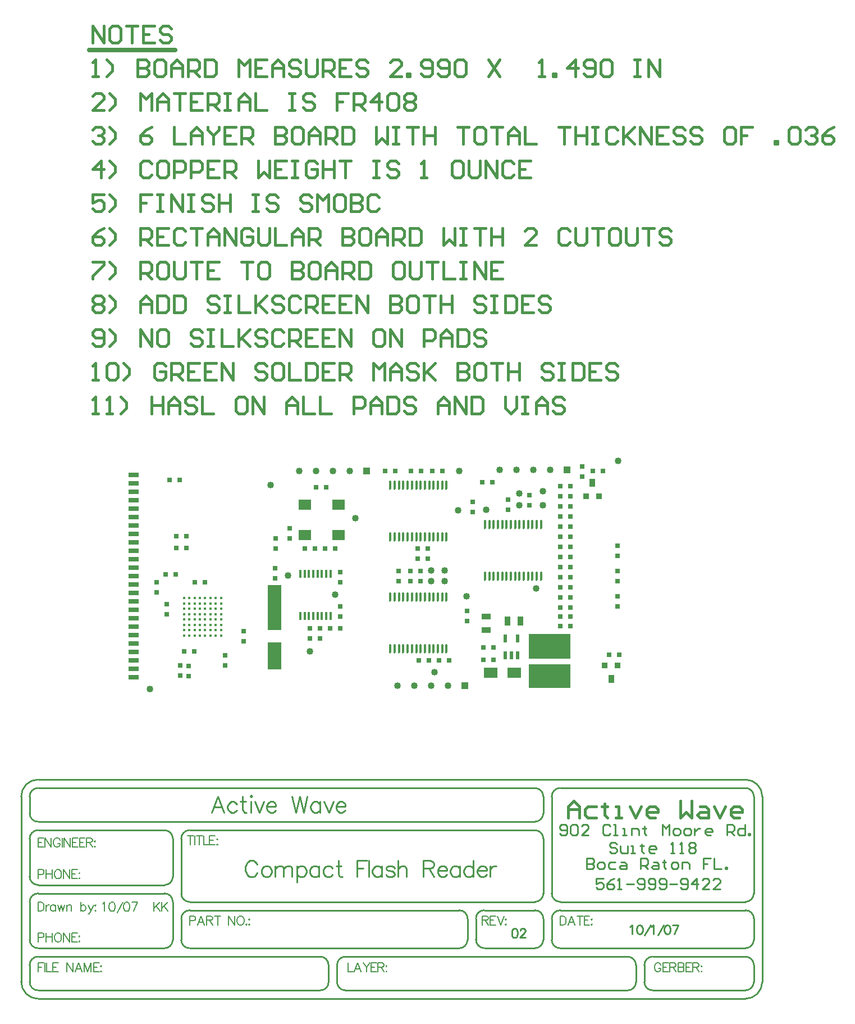
<source format=gbp>
%FSLAX24Y24*%
%MOIN*%
G70*
G01*
G75*
G04 Layer_Color=128*
%ADD10C,0.0120*%
%ADD11R,0.0394X0.0197*%
%ADD12R,0.0300X0.0300*%
%ADD13C,0.0400*%
%ADD14R,0.0200X0.0500*%
%ADD15R,0.0591X0.0315*%
%ADD16R,0.0300X0.0300*%
%ADD17R,0.0551X0.0354*%
%ADD18R,0.0354X0.0551*%
%ADD19R,0.0250X0.0550*%
%ADD20R,0.0250X0.0520*%
%ADD21R,0.0250X0.0950*%
%ADD22R,0.0550X0.0250*%
%ADD23R,0.0950X0.0250*%
%ADD24R,0.0600X0.0270*%
%ADD25R,0.0236X0.1100*%
%ADD26R,0.1000X0.0236*%
%ADD27R,0.0700X0.0500*%
%ADD28O,0.0160X0.0600*%
%ADD29R,0.0236X0.0236*%
%ADD30O,0.0160X0.0600*%
%ADD31R,0.0394X0.0394*%
%ADD32R,0.0200X0.0300*%
%ADD33O,0.0240X0.0800*%
%ADD34R,0.0472X0.0472*%
%ADD35R,0.0600X0.0500*%
%ADD36R,0.0360X0.0500*%
%ADD37R,0.0360X0.0360*%
%ADD38R,0.1500X0.0500*%
%ADD39R,0.0394X0.0413*%
%ADD40R,0.0413X0.0866*%
%ADD41R,0.0394X0.0413*%
%ADD42O,0.0600X0.0160*%
%ADD43R,0.0500X0.0200*%
%ADD44R,0.0360X0.0360*%
%ADD45R,0.0500X0.0360*%
%ADD46R,0.0315X0.0591*%
%ADD47R,0.0700X0.0236*%
%ADD48C,0.0120*%
%ADD49C,0.0500*%
%ADD50C,0.0140*%
%ADD51C,0.0100*%
%ADD52C,0.0150*%
%ADD53C,0.0200*%
%ADD54C,0.0080*%
%ADD55C,0.0250*%
%ADD56C,0.0300*%
%ADD57C,0.0090*%
%ADD58C,0.0050*%
%ADD59R,0.0620X0.0620*%
%ADD60C,0.0620*%
%ADD61R,0.0620X0.0620*%
%ADD62C,0.0200*%
%ADD63C,0.0180*%
%ADD64C,0.0400*%
G04:AMPARAMS|DCode=65|XSize=67mil|YSize=67mil|CornerRadius=0mil|HoleSize=0mil|Usage=FLASHONLY|Rotation=0.000|XOffset=0mil|YOffset=0mil|HoleType=Round|Shape=Relief|Width=8mil|Gap=8mil|Entries=4|*
%AMTHD65*
7,0,0,0.0670,0.0510,0.0080,45*
%
%ADD65THD65*%
%ADD66C,0.0750*%
%ADD67C,0.0500*%
G04:AMPARAMS|DCode=68|XSize=42mil|YSize=42mil|CornerRadius=0mil|HoleSize=0mil|Usage=FLASHONLY|Rotation=0.000|XOffset=0mil|YOffset=0mil|HoleType=Round|Shape=Relief|Width=8mil|Gap=8mil|Entries=4|*
%AMTHD68*
7,0,0,0.0420,0.0260,0.0080,45*
%
%ADD68THD68*%
%ADD69C,0.0600*%
G04:AMPARAMS|DCode=70|XSize=52mil|YSize=52mil|CornerRadius=0mil|HoleSize=0mil|Usage=FLASHONLY|Rotation=0.000|XOffset=0mil|YOffset=0mil|HoleType=Round|Shape=Relief|Width=8mil|Gap=8mil|Entries=4|*
%AMTHD70*
7,0,0,0.0520,0.0360,0.0080,45*
%
%ADD70THD70*%
%ADD71R,0.0748X0.0591*%
%ADD72O,0.0140X0.0600*%
%ADD73R,0.0800X0.0600*%
%ADD74O,0.0157X0.0472*%
%ADD75R,0.2500X0.1400*%
%ADD76R,0.2500X0.1500*%
%ADD77R,0.0400X0.0400*%
%ADD78R,0.0800X0.2700*%
%ADD79R,0.0800X0.1600*%
%ADD80C,0.0157*%
%ADD81C,0.0220*%
%ADD82C,0.0060*%
D12*
X24965Y11446D02*
D03*
Y3746D02*
D03*
Y10246D02*
D03*
Y9046D02*
D03*
Y6646D02*
D03*
Y7846D02*
D03*
Y6046D02*
D03*
Y4846D02*
D03*
X1164Y12400D02*
D03*
X1764D02*
D03*
X1544Y8358D02*
D03*
X2144D02*
D03*
X1544Y9058D02*
D03*
X2144D02*
D03*
X1519Y6793D02*
D03*
X919D02*
D03*
X2664Y6339D02*
D03*
X3264D02*
D03*
X2614Y2239D02*
D03*
X2014D02*
D03*
X10100Y3600D02*
D03*
X9500D02*
D03*
X10700D02*
D03*
X11300D02*
D03*
X10100Y3000D02*
D03*
X9500D02*
D03*
X16100Y12950D02*
D03*
X15500D02*
D03*
X24365Y6646D02*
D03*
Y7846D02*
D03*
Y3746D02*
D03*
Y6046D02*
D03*
Y9046D02*
D03*
Y10246D02*
D03*
Y11446D02*
D03*
X11000Y8350D02*
D03*
X10400D02*
D03*
X17150Y1700D02*
D03*
X17750D02*
D03*
X9855Y11975D02*
D03*
X10454D02*
D03*
X16750Y12950D02*
D03*
X17350D02*
D03*
X13950D02*
D03*
X14550D02*
D03*
X20319Y12265D02*
D03*
X19719D02*
D03*
X20380Y2481D02*
D03*
X19780D02*
D03*
X9800Y8350D02*
D03*
X9200D02*
D03*
X19780Y1751D02*
D03*
X20380D02*
D03*
X24965Y4296D02*
D03*
X24365D02*
D03*
X24965Y5446D02*
D03*
X24365D02*
D03*
Y7246D02*
D03*
X24965D02*
D03*
X24365Y9646D02*
D03*
X24965D02*
D03*
X24365Y10846D02*
D03*
X24965D02*
D03*
X24365Y12046D02*
D03*
X24965D02*
D03*
X27850Y2050D02*
D03*
X27250D02*
D03*
X26300Y12950D02*
D03*
X26900D02*
D03*
X24365Y4846D02*
D03*
X15950Y1700D02*
D03*
X16550D02*
D03*
X24965Y8446D02*
D03*
X24365D02*
D03*
D13*
X27800Y13550D02*
D03*
X0Y0D02*
D03*
X7150Y12100D02*
D03*
X16900Y1000D02*
D03*
X16686Y195D02*
D03*
X17686D02*
D03*
X10850Y12950D02*
D03*
X11850D02*
D03*
X23765Y12996D02*
D03*
X22765D02*
D03*
X18350Y12950D02*
D03*
X23315Y10896D02*
D03*
X21915D02*
D03*
Y11596D02*
D03*
X9500Y2250D02*
D03*
X11000Y5600D02*
D03*
X16690Y7041D02*
D03*
X23315Y11746D02*
D03*
X18300Y10600D02*
D03*
X19945Y10646D02*
D03*
X18794Y5495D02*
D03*
X8200Y6750D02*
D03*
X17500Y7050D02*
D03*
X22939Y5972D02*
D03*
X12200Y10150D02*
D03*
X14685Y195D02*
D03*
X17500Y6400D02*
D03*
X16688D02*
D03*
X8850Y12950D02*
D03*
X9850D02*
D03*
X15685Y195D02*
D03*
X20765Y12996D02*
D03*
X21765D02*
D03*
D14*
X21080Y2001D02*
D03*
X21460D02*
D03*
X21830D02*
D03*
Y3001D02*
D03*
X21080D02*
D03*
D16*
X27766Y7001D02*
D03*
Y6401D02*
D03*
X15450Y6400D02*
D03*
Y7000D02*
D03*
X5564Y2832D02*
D03*
Y3432D02*
D03*
X2294Y1383D02*
D03*
Y783D02*
D03*
X1794Y789D02*
D03*
Y1389D02*
D03*
X387Y6346D02*
D03*
Y5746D02*
D03*
X987Y5046D02*
D03*
Y4446D02*
D03*
X7440Y7182D02*
D03*
Y6582D02*
D03*
X21265Y10646D02*
D03*
Y11246D02*
D03*
X14750Y6400D02*
D03*
Y7000D02*
D03*
X11300Y4300D02*
D03*
Y4900D02*
D03*
Y6350D02*
D03*
Y6950D02*
D03*
X8300Y8950D02*
D03*
Y9550D02*
D03*
X16069Y7000D02*
D03*
Y6400D02*
D03*
X19169Y10515D02*
D03*
Y11115D02*
D03*
X22515Y11496D02*
D03*
Y10896D02*
D03*
X25650Y13200D02*
D03*
Y12600D02*
D03*
X18815Y4646D02*
D03*
Y4046D02*
D03*
X7450Y8350D02*
D03*
Y8950D02*
D03*
X16500Y8350D02*
D03*
X15900D02*
D03*
X16500Y7750D02*
D03*
X15900D02*
D03*
X4450Y1400D02*
D03*
Y2000D02*
D03*
X27766Y4901D02*
D03*
Y5501D02*
D03*
Y8501D02*
D03*
Y7901D02*
D03*
D17*
X19950Y3506D02*
D03*
Y4294D02*
D03*
D18*
X21220Y4049D02*
D03*
X22008D02*
D03*
D24*
X-984Y11701D02*
D03*
Y11201D02*
D03*
Y10701D02*
D03*
Y10201D02*
D03*
Y9701D02*
D03*
Y9201D02*
D03*
Y8701D02*
D03*
Y8201D02*
D03*
Y7701D02*
D03*
Y7201D02*
D03*
Y6701D02*
D03*
Y6201D02*
D03*
Y5701D02*
D03*
Y5201D02*
D03*
Y4701D02*
D03*
Y4201D02*
D03*
Y3701D02*
D03*
Y3201D02*
D03*
Y2701D02*
D03*
Y2201D02*
D03*
Y1701D02*
D03*
Y1201D02*
D03*
Y701D02*
D03*
Y12201D02*
D03*
Y12701D02*
D03*
D36*
X27380Y600D02*
D03*
X26270Y12250D02*
D03*
D37*
X27750Y1400D02*
D03*
X27000D02*
D03*
X26650Y11450D02*
D03*
X25900D02*
D03*
D51*
X35851Y-13606D02*
G03*
X35361Y-13116I-490J0D01*
G01*
X24351D02*
G03*
X23851Y-13616I0J-500D01*
G01*
X35351Y-12616D02*
G03*
X35851Y-12116I0J500D01*
G01*
X23851D02*
G03*
X24351Y-12616I500J0D01*
G01*
X-6649Y-5366D02*
G03*
X-7649Y-6366I0J-1000D01*
G01*
Y-17356D02*
G03*
X-6656Y-18366I1010J0D01*
G01*
X35351Y-18366D02*
G03*
X36351Y-17366I0J1000D01*
G01*
Y-6366D02*
G03*
X35351Y-5366I-1000J0D01*
G01*
X35851Y-6356D02*
G03*
X35344Y-5866I-490J0D01*
G01*
X35351Y-15366D02*
G03*
X35851Y-14866I0J500D01*
G01*
X35851Y-16357D02*
G03*
X35351Y-15866I-500J-9D01*
G01*
Y-17866D02*
G03*
X35851Y-17366I0J500D01*
G01*
X22851Y-15366D02*
G03*
X23351Y-14866I0J500D01*
G01*
X23851Y-14876D02*
G03*
X24350Y-15366I490J0D01*
G01*
X23351Y-13606D02*
G03*
X22861Y-13116I-490J0D01*
G01*
X-7149Y-17366D02*
G03*
X-6658Y-17866I500J0D01*
G01*
X22860Y-12616D02*
G03*
X23351Y-12116I-9J500D01*
G01*
X-6649Y-15866D02*
G03*
X-7149Y-16366I0J-500D01*
G01*
X23351Y-8866D02*
G03*
X22851Y-8366I-500J0D01*
G01*
Y-7866D02*
G03*
X23351Y-7366I0J500D01*
G01*
X24351Y-5866D02*
G03*
X23851Y-6366I0J-500D01*
G01*
X23351D02*
G03*
X22851Y-5866I-500J0D01*
G01*
X-6649D02*
G03*
X-7149Y-6366I0J-500D01*
G01*
Y-7366D02*
G03*
X-6649Y-7866I500J0D01*
G01*
Y-8366D02*
G03*
X-7149Y-8866I0J-500D01*
G01*
Y-11116D02*
G03*
X-6649Y-11616I500J0D01*
G01*
Y-12116D02*
G03*
X-7149Y-12616I0J-500D01*
G01*
Y-14866D02*
G03*
X-6658Y-15366I500J0D01*
G01*
X2351Y-8366D02*
G03*
X1851Y-8866I0J-500D01*
G01*
X2351Y-13116D02*
G03*
X1851Y-13616I0J-500D01*
G01*
X19831Y-13116D02*
G03*
X19352Y-13621I0J-480D01*
G01*
X19351Y-14856D02*
G03*
X19852Y-15366I510J0D01*
G01*
X18361Y-15366D02*
G03*
X18851Y-14867I0J490D01*
G01*
X18851Y-13606D02*
G03*
X18361Y-13116I-490J0D01*
G01*
X861Y-15366D02*
G03*
X1351Y-14876I0J490D01*
G01*
X1851D02*
G03*
X2341Y-15366I490J0D01*
G01*
X1851Y-12126D02*
G03*
X2341Y-12616I490J0D01*
G01*
X1351Y-12606D02*
G03*
X844Y-12116I-490J0D01*
G01*
X871Y-11616D02*
G03*
X1351Y-11136I0J480D01*
G01*
Y-8856D02*
G03*
X861Y-8366I-490J0D01*
G01*
X29851Y-15866D02*
G03*
X29351Y-16366I0J-500D01*
G01*
Y-17376D02*
G03*
X29850Y-17866I490J0D01*
G01*
X28363Y-17866D02*
G03*
X28851Y-17369I8J480D01*
G01*
X28851Y-16366D02*
G03*
X28351Y-15866I-500J0D01*
G01*
X11101Y-17366D02*
G03*
X11592Y-17866I500J0D01*
G01*
X11601Y-15866D02*
G03*
X11101Y-16366I0J-500D01*
G01*
X10113Y-17866D02*
G03*
X10601Y-17369I8J480D01*
G01*
X10601Y-16366D02*
G03*
X10101Y-15866I-500J0D01*
G01*
X35851Y-14866D02*
Y-13606D01*
X23851Y-14866D02*
Y-13616D01*
X35851Y-12116D02*
Y-6366D01*
X23851Y-12116D02*
Y-6366D01*
X-7649Y-17366D02*
Y-6366D01*
X-7149Y-17366D02*
Y-16366D01*
X35851Y-17366D02*
Y-16366D01*
X23351Y-14866D02*
Y-13616D01*
X19351Y-14866D02*
Y-13616D01*
X1851Y-14866D02*
Y-13616D01*
X18851Y-14866D02*
Y-13616D01*
X1851Y-12116D02*
Y-8866D01*
X23351Y-12116D02*
Y-8866D01*
Y-7366D02*
Y-6366D01*
X-7149Y-7366D02*
Y-6366D01*
X1351Y-11116D02*
Y-8866D01*
X-7149Y-11116D02*
Y-8866D01*
X1351Y-14866D02*
Y-12616D01*
X-7149Y-14866D02*
Y-12616D01*
X36351Y-17366D02*
Y-6366D01*
X29351Y-17366D02*
Y-16366D01*
X28851Y-17366D02*
Y-16366D01*
X11101Y-17366D02*
Y-16366D01*
X10601Y-17366D02*
Y-16366D01*
X24351Y-13116D02*
X35351D01*
X24351Y-12616D02*
X35351D01*
X2351D02*
X22851D01*
X24351Y-5866D02*
X35351D01*
X24351Y-15366D02*
X35351D01*
X19851Y-13116D02*
X22851D01*
X19851Y-15366D02*
X22851D01*
X2351D02*
X18351D01*
X2351Y-13116D02*
X18351D01*
X2351Y-8366D02*
X22851D01*
X-6649Y-7866D02*
X22851D01*
X-6649Y-8366D02*
X851D01*
X-6649Y-11616D02*
X851D01*
X-6649Y-12116D02*
X851D01*
X-6649Y-15366D02*
X851D01*
X-6649Y-5366D02*
X35351D01*
X-6649Y-18366D02*
X35351D01*
X-6649Y-5866D02*
X22851D01*
X29851Y-15866D02*
X35351D01*
X29851Y-17866D02*
X35351D01*
X11601Y-15866D02*
X28351D01*
X-6649D02*
X10101D01*
X-6649Y-17866D02*
X10101D01*
X11601D02*
X28351D01*
X27710Y-9190D02*
X27604Y-9084D01*
X27391D01*
X27284Y-9190D01*
Y-9297D01*
X27391Y-9404D01*
X27604D01*
X27710Y-9510D01*
Y-9617D01*
X27604Y-9723D01*
X27391D01*
X27284Y-9617D01*
X27924Y-9297D02*
Y-9617D01*
X28030Y-9723D01*
X28350D01*
Y-9297D01*
X28564Y-9723D02*
X28777D01*
X28670D01*
Y-9297D01*
X28564D01*
X29203Y-9190D02*
Y-9297D01*
X29097D01*
X29310D01*
X29203D01*
Y-9617D01*
X29310Y-9723D01*
X29950D02*
X29737D01*
X29630Y-9617D01*
Y-9404D01*
X29737Y-9297D01*
X29950D01*
X30056Y-9404D01*
Y-9510D01*
X29630D01*
X30909Y-9723D02*
X31123D01*
X31016D01*
Y-9084D01*
X30909Y-9190D01*
X31443Y-9723D02*
X31656D01*
X31549D01*
Y-9084D01*
X31443Y-9190D01*
X31976D02*
X32082Y-9084D01*
X32296D01*
X32402Y-9190D01*
Y-9297D01*
X32296Y-9404D01*
X32402Y-9510D01*
Y-9617D01*
X32296Y-9723D01*
X32082D01*
X31976Y-9617D01*
Y-9510D01*
X32082Y-9404D01*
X31976Y-9297D01*
Y-9190D01*
X32082Y-9404D02*
X32296D01*
X26911Y-11234D02*
X26484D01*
Y-11554D01*
X26697Y-11447D01*
X26804D01*
X26911Y-11554D01*
Y-11767D01*
X26804Y-11873D01*
X26591D01*
X26484Y-11767D01*
X27550Y-11234D02*
X27337Y-11340D01*
X27124Y-11554D01*
Y-11767D01*
X27230Y-11873D01*
X27444D01*
X27550Y-11767D01*
Y-11660D01*
X27444Y-11554D01*
X27124D01*
X27764Y-11873D02*
X27977D01*
X27870D01*
Y-11234D01*
X27764Y-11340D01*
X28297Y-11554D02*
X28723D01*
X28937Y-11767D02*
X29043Y-11873D01*
X29256D01*
X29363Y-11767D01*
Y-11340D01*
X29256Y-11234D01*
X29043D01*
X28937Y-11340D01*
Y-11447D01*
X29043Y-11554D01*
X29363D01*
X29576Y-11767D02*
X29683Y-11873D01*
X29896D01*
X30003Y-11767D01*
Y-11340D01*
X29896Y-11234D01*
X29683D01*
X29576Y-11340D01*
Y-11447D01*
X29683Y-11554D01*
X30003D01*
X30216Y-11767D02*
X30323Y-11873D01*
X30536D01*
X30643Y-11767D01*
Y-11340D01*
X30536Y-11234D01*
X30323D01*
X30216Y-11340D01*
Y-11447D01*
X30323Y-11554D01*
X30643D01*
X30856D02*
X31282D01*
X31496Y-11767D02*
X31602Y-11873D01*
X31816D01*
X31922Y-11767D01*
Y-11340D01*
X31816Y-11234D01*
X31602D01*
X31496Y-11340D01*
Y-11447D01*
X31602Y-11554D01*
X31922D01*
X32455Y-11873D02*
Y-11234D01*
X32135Y-11554D01*
X32562D01*
X33202Y-11873D02*
X32775D01*
X33202Y-11447D01*
Y-11340D01*
X33095Y-11234D01*
X32882D01*
X32775Y-11340D01*
X33842Y-11873D02*
X33415D01*
X33842Y-11447D01*
Y-11340D01*
X33735Y-11234D01*
X33522D01*
X33415Y-11340D01*
X24334Y-8567D02*
X24441Y-8673D01*
X24654D01*
X24760Y-8567D01*
Y-8140D01*
X24654Y-8034D01*
X24441D01*
X24334Y-8140D01*
Y-8247D01*
X24441Y-8354D01*
X24760D01*
X24974Y-8140D02*
X25080Y-8034D01*
X25294D01*
X25400Y-8140D01*
Y-8567D01*
X25294Y-8673D01*
X25080D01*
X24974Y-8567D01*
Y-8140D01*
X26040Y-8673D02*
X25614D01*
X26040Y-8247D01*
Y-8140D01*
X25933Y-8034D01*
X25720D01*
X25614Y-8140D01*
X27320D02*
X27213Y-8034D01*
X27000D01*
X26893Y-8140D01*
Y-8567D01*
X27000Y-8673D01*
X27213D01*
X27320Y-8567D01*
X27533Y-8673D02*
X27746D01*
X27640D01*
Y-8034D01*
X27533D01*
X28066Y-8673D02*
X28279D01*
X28173D01*
Y-8247D01*
X28066D01*
X28599Y-8673D02*
Y-8247D01*
X28919D01*
X29026Y-8354D01*
Y-8673D01*
X29346Y-8140D02*
Y-8247D01*
X29239D01*
X29452D01*
X29346D01*
Y-8567D01*
X29452Y-8673D01*
X30412D02*
Y-8034D01*
X30625Y-8247D01*
X30839Y-8034D01*
Y-8673D01*
X31158D02*
X31372D01*
X31478Y-8567D01*
Y-8354D01*
X31372Y-8247D01*
X31158D01*
X31052Y-8354D01*
Y-8567D01*
X31158Y-8673D01*
X31798D02*
X32011D01*
X32118Y-8567D01*
Y-8354D01*
X32011Y-8247D01*
X31798D01*
X31692Y-8354D01*
Y-8567D01*
X31798Y-8673D01*
X32331Y-8247D02*
Y-8673D01*
Y-8460D01*
X32438Y-8354D01*
X32545Y-8247D01*
X32651D01*
X33291Y-8673D02*
X33078D01*
X32971Y-8567D01*
Y-8354D01*
X33078Y-8247D01*
X33291D01*
X33398Y-8354D01*
Y-8460D01*
X32971D01*
X34251Y-8673D02*
Y-8034D01*
X34571D01*
X34677Y-8140D01*
Y-8354D01*
X34571Y-8460D01*
X34251D01*
X34464D02*
X34677Y-8673D01*
X35317Y-8034D02*
Y-8673D01*
X34997D01*
X34891Y-8567D01*
Y-8354D01*
X34997Y-8247D01*
X35317D01*
X35530Y-8673D02*
Y-8567D01*
X35637D01*
Y-8673D01*
X35530D01*
X25934Y-10034D02*
Y-10673D01*
X26254D01*
X26360Y-10567D01*
Y-10460D01*
X26254Y-10354D01*
X25934D01*
X26254D01*
X26360Y-10247D01*
Y-10140D01*
X26254Y-10034D01*
X25934D01*
X26680Y-10673D02*
X26894D01*
X27000Y-10567D01*
Y-10354D01*
X26894Y-10247D01*
X26680D01*
X26574Y-10354D01*
Y-10567D01*
X26680Y-10673D01*
X27640Y-10247D02*
X27320D01*
X27214Y-10354D01*
Y-10567D01*
X27320Y-10673D01*
X27640D01*
X27960Y-10247D02*
X28173D01*
X28280Y-10354D01*
Y-10673D01*
X27960D01*
X27853Y-10567D01*
X27960Y-10460D01*
X28280D01*
X29133Y-10673D02*
Y-10034D01*
X29453D01*
X29559Y-10140D01*
Y-10354D01*
X29453Y-10460D01*
X29133D01*
X29346D02*
X29559Y-10673D01*
X29879Y-10247D02*
X30093D01*
X30199Y-10354D01*
Y-10673D01*
X29879D01*
X29773Y-10567D01*
X29879Y-10460D01*
X30199D01*
X30519Y-10140D02*
Y-10247D01*
X30413D01*
X30626D01*
X30519D01*
Y-10567D01*
X30626Y-10673D01*
X31052D02*
X31266D01*
X31372Y-10567D01*
Y-10354D01*
X31266Y-10247D01*
X31052D01*
X30946Y-10354D01*
Y-10567D01*
X31052Y-10673D01*
X31585D02*
Y-10247D01*
X31905D01*
X32012Y-10354D01*
Y-10673D01*
X33292Y-10034D02*
X32865D01*
Y-10354D01*
X33078D01*
X32865D01*
Y-10673D01*
X33505Y-10034D02*
Y-10673D01*
X33931D01*
X34145D02*
Y-10567D01*
X34251D01*
Y-10673D01*
X34145D01*
D52*
X24834Y-7623D02*
Y-6957D01*
X25167Y-6624D01*
X25500Y-6957D01*
Y-7623D01*
Y-7124D01*
X24834D01*
X26500Y-6957D02*
X26000D01*
X25834Y-7124D01*
Y-7457D01*
X26000Y-7623D01*
X26500D01*
X27000Y-6790D02*
Y-6957D01*
X26833D01*
X27167D01*
X27000D01*
Y-7457D01*
X27167Y-7623D01*
X27666D02*
X28000D01*
X27833D01*
Y-6957D01*
X27666D01*
X28499D02*
X28833Y-7623D01*
X29166Y-6957D01*
X29999Y-7623D02*
X29666D01*
X29499Y-7457D01*
Y-7124D01*
X29666Y-6957D01*
X29999D01*
X30166Y-7124D01*
Y-7290D01*
X29499D01*
X31498Y-6624D02*
Y-7623D01*
X31832Y-7290D01*
X32165Y-7623D01*
Y-6624D01*
X32665Y-6957D02*
X32998D01*
X33165Y-7124D01*
Y-7623D01*
X32665D01*
X32498Y-7457D01*
X32665Y-7290D01*
X33165D01*
X33498Y-6957D02*
X33831Y-7623D01*
X34164Y-6957D01*
X34997Y-7623D02*
X34664D01*
X34498Y-7457D01*
Y-7124D01*
X34664Y-6957D01*
X34997D01*
X35164Y-7124D01*
Y-7290D01*
X34498D01*
X-3394Y16348D02*
X-3060D01*
X-3227D01*
Y17348D01*
X-3394Y17181D01*
X-2561Y16348D02*
X-2227D01*
X-2394D01*
Y17348D01*
X-2561Y17181D01*
X-1728Y16348D02*
X-1394Y16681D01*
Y17014D01*
X-1728Y17348D01*
X105D02*
Y16348D01*
Y16848D01*
X772D01*
Y17348D01*
Y16348D01*
X1105D02*
Y17014D01*
X1438Y17348D01*
X1771Y17014D01*
Y16348D01*
Y16848D01*
X1105D01*
X2771Y17181D02*
X2604Y17348D01*
X2271D01*
X2105Y17181D01*
Y17014D01*
X2271Y16848D01*
X2604D01*
X2771Y16681D01*
Y16515D01*
X2604Y16348D01*
X2271D01*
X2105Y16515D01*
X3104Y17348D02*
Y16348D01*
X3771D01*
X5603Y17348D02*
X5270D01*
X5104Y17181D01*
Y16515D01*
X5270Y16348D01*
X5603D01*
X5770Y16515D01*
Y17181D01*
X5603Y17348D01*
X6103Y16348D02*
Y17348D01*
X6770Y16348D01*
Y17348D01*
X8103Y16348D02*
Y17014D01*
X8436Y17348D01*
X8769Y17014D01*
Y16348D01*
Y16848D01*
X8103D01*
X9102Y17348D02*
Y16348D01*
X9769D01*
X10102Y17348D02*
Y16348D01*
X10768D01*
X12101D02*
Y17348D01*
X12601D01*
X12768Y17181D01*
Y16848D01*
X12601Y16681D01*
X12101D01*
X13101Y16348D02*
Y17014D01*
X13434Y17348D01*
X13767Y17014D01*
Y16348D01*
Y16848D01*
X13101D01*
X14101Y17348D02*
Y16348D01*
X14601D01*
X14767Y16515D01*
Y17181D01*
X14601Y17348D01*
X14101D01*
X15767Y17181D02*
X15600Y17348D01*
X15267D01*
X15100Y17181D01*
Y17014D01*
X15267Y16848D01*
X15600D01*
X15767Y16681D01*
Y16515D01*
X15600Y16348D01*
X15267D01*
X15100Y16515D01*
X17100Y16348D02*
Y17014D01*
X17433Y17348D01*
X17766Y17014D01*
Y16348D01*
Y16848D01*
X17100D01*
X18099Y16348D02*
Y17348D01*
X18766Y16348D01*
Y17348D01*
X19099D02*
Y16348D01*
X19599D01*
X19766Y16515D01*
Y17181D01*
X19599Y17348D01*
X19099D01*
X21098D02*
Y16681D01*
X21432Y16348D01*
X21765Y16681D01*
Y17348D01*
X22098D02*
X22431D01*
X22265D01*
Y16348D01*
X22098D01*
X22431D01*
X22931D02*
Y17014D01*
X23264Y17348D01*
X23598Y17014D01*
Y16348D01*
Y16848D01*
X22931D01*
X24597Y17181D02*
X24431Y17348D01*
X24097D01*
X23931Y17181D01*
Y17014D01*
X24097Y16848D01*
X24431D01*
X24597Y16681D01*
Y16515D01*
X24431Y16348D01*
X24097D01*
X23931Y16515D01*
X-2727Y34348D02*
X-3394D01*
X-2727Y35014D01*
Y35181D01*
X-2894Y35348D01*
X-3227D01*
X-3394Y35181D01*
X-2394Y34348D02*
X-2061Y34681D01*
Y35014D01*
X-2394Y35348D01*
X-561Y34348D02*
Y35348D01*
X-228Y35014D01*
X105Y35348D01*
Y34348D01*
X438D02*
Y35014D01*
X772Y35348D01*
X1105Y35014D01*
Y34348D01*
Y34848D01*
X438D01*
X1438Y35348D02*
X2105D01*
X1771D01*
Y34348D01*
X3104Y35348D02*
X2438D01*
Y34348D01*
X3104D01*
X2438Y34848D02*
X2771D01*
X3437Y34348D02*
Y35348D01*
X3937D01*
X4104Y35181D01*
Y34848D01*
X3937Y34681D01*
X3437D01*
X3771D02*
X4104Y34348D01*
X4437Y35348D02*
X4770D01*
X4604D01*
Y34348D01*
X4437D01*
X4770D01*
X5270D02*
Y35014D01*
X5603Y35348D01*
X5937Y35014D01*
Y34348D01*
Y34848D01*
X5270D01*
X6270Y35348D02*
Y34348D01*
X6936D01*
X8269Y35348D02*
X8602D01*
X8436D01*
Y34348D01*
X8269D01*
X8602D01*
X9769Y35181D02*
X9602Y35348D01*
X9269D01*
X9102Y35181D01*
Y35014D01*
X9269Y34848D01*
X9602D01*
X9769Y34681D01*
Y34515D01*
X9602Y34348D01*
X9269D01*
X9102Y34515D01*
X11768Y35348D02*
X11102D01*
Y34848D01*
X11435D01*
X11102D01*
Y34348D01*
X12101D02*
Y35348D01*
X12601D01*
X12768Y35181D01*
Y34848D01*
X12601Y34681D01*
X12101D01*
X12435D02*
X12768Y34348D01*
X13601D02*
Y35348D01*
X13101Y34848D01*
X13767D01*
X14101Y35181D02*
X14267Y35348D01*
X14601D01*
X14767Y35181D01*
Y34515D01*
X14601Y34348D01*
X14267D01*
X14101Y34515D01*
Y35181D01*
X15100D02*
X15267Y35348D01*
X15600D01*
X15767Y35181D01*
Y35014D01*
X15600Y34848D01*
X15767Y34681D01*
Y34515D01*
X15600Y34348D01*
X15267D01*
X15100Y34515D01*
Y34681D01*
X15267Y34848D01*
X15100Y35014D01*
Y35181D01*
X15267Y34848D02*
X15600D01*
X-3394Y20515D02*
X-3227Y20348D01*
X-2894D01*
X-2727Y20515D01*
Y21181D01*
X-2894Y21348D01*
X-3227D01*
X-3394Y21181D01*
Y21014D01*
X-3227Y20848D01*
X-2727D01*
X-2394Y20348D02*
X-2061Y20681D01*
Y21014D01*
X-2394Y21348D01*
X-561Y20348D02*
Y21348D01*
X105Y20348D01*
Y21348D01*
X938D02*
X605D01*
X438Y21181D01*
Y20515D01*
X605Y20348D01*
X938D01*
X1105Y20515D01*
Y21181D01*
X938Y21348D01*
X3104Y21181D02*
X2938Y21348D01*
X2604D01*
X2438Y21181D01*
Y21014D01*
X2604Y20848D01*
X2938D01*
X3104Y20681D01*
Y20515D01*
X2938Y20348D01*
X2604D01*
X2438Y20515D01*
X3437Y21348D02*
X3771D01*
X3604D01*
Y20348D01*
X3437D01*
X3771D01*
X4271Y21348D02*
Y20348D01*
X4937D01*
X5270Y21348D02*
Y20348D01*
Y20681D01*
X5937Y21348D01*
X5437Y20848D01*
X5937Y20348D01*
X6936Y21181D02*
X6770Y21348D01*
X6436D01*
X6270Y21181D01*
Y21014D01*
X6436Y20848D01*
X6770D01*
X6936Y20681D01*
Y20515D01*
X6770Y20348D01*
X6436D01*
X6270Y20515D01*
X7936Y21181D02*
X7769Y21348D01*
X7436D01*
X7270Y21181D01*
Y20515D01*
X7436Y20348D01*
X7769D01*
X7936Y20515D01*
X8269Y20348D02*
Y21348D01*
X8769D01*
X8936Y21181D01*
Y20848D01*
X8769Y20681D01*
X8269D01*
X8602D02*
X8936Y20348D01*
X9935Y21348D02*
X9269D01*
Y20348D01*
X9935D01*
X9269Y20848D02*
X9602D01*
X10935Y21348D02*
X10269D01*
Y20348D01*
X10935D01*
X10269Y20848D02*
X10602D01*
X11268Y20348D02*
Y21348D01*
X11935Y20348D01*
Y21348D01*
X13767D02*
X13434D01*
X13268Y21181D01*
Y20515D01*
X13434Y20348D01*
X13767D01*
X13934Y20515D01*
Y21181D01*
X13767Y21348D01*
X14267Y20348D02*
Y21348D01*
X14934Y20348D01*
Y21348D01*
X16267Y20348D02*
Y21348D01*
X16766D01*
X16933Y21181D01*
Y20848D01*
X16766Y20681D01*
X16267D01*
X17266Y20348D02*
Y21014D01*
X17600Y21348D01*
X17933Y21014D01*
Y20348D01*
Y20848D01*
X17266D01*
X18266Y21348D02*
Y20348D01*
X18766D01*
X18932Y20515D01*
Y21181D01*
X18766Y21348D01*
X18266D01*
X19932Y21181D02*
X19766Y21348D01*
X19432D01*
X19266Y21181D01*
Y21014D01*
X19432Y20848D01*
X19766D01*
X19932Y20681D01*
Y20515D01*
X19766Y20348D01*
X19432D01*
X19266Y20515D01*
X-3394Y23181D02*
X-3227Y23348D01*
X-2894D01*
X-2727Y23181D01*
Y23014D01*
X-2894Y22848D01*
X-2727Y22681D01*
Y22515D01*
X-2894Y22348D01*
X-3227D01*
X-3394Y22515D01*
Y22681D01*
X-3227Y22848D01*
X-3394Y23014D01*
Y23181D01*
X-3227Y22848D02*
X-2894D01*
X-2394Y22348D02*
X-2061Y22681D01*
Y23014D01*
X-2394Y23348D01*
X-561Y22348D02*
Y23014D01*
X-228Y23348D01*
X105Y23014D01*
Y22348D01*
Y22848D01*
X-561D01*
X438Y23348D02*
Y22348D01*
X938D01*
X1105Y22515D01*
Y23181D01*
X938Y23348D01*
X438D01*
X1438D02*
Y22348D01*
X1938D01*
X2105Y22515D01*
Y23181D01*
X1938Y23348D01*
X1438D01*
X4104Y23181D02*
X3937Y23348D01*
X3604D01*
X3437Y23181D01*
Y23014D01*
X3604Y22848D01*
X3937D01*
X4104Y22681D01*
Y22515D01*
X3937Y22348D01*
X3604D01*
X3437Y22515D01*
X4437Y23348D02*
X4770D01*
X4604D01*
Y22348D01*
X4437D01*
X4770D01*
X5270Y23348D02*
Y22348D01*
X5937D01*
X6270Y23348D02*
Y22348D01*
Y22681D01*
X6936Y23348D01*
X6436Y22848D01*
X6936Y22348D01*
X7936Y23181D02*
X7769Y23348D01*
X7436D01*
X7270Y23181D01*
Y23014D01*
X7436Y22848D01*
X7769D01*
X7936Y22681D01*
Y22515D01*
X7769Y22348D01*
X7436D01*
X7270Y22515D01*
X8936Y23181D02*
X8769Y23348D01*
X8436D01*
X8269Y23181D01*
Y22515D01*
X8436Y22348D01*
X8769D01*
X8936Y22515D01*
X9269Y22348D02*
Y23348D01*
X9769D01*
X9935Y23181D01*
Y22848D01*
X9769Y22681D01*
X9269D01*
X9602D02*
X9935Y22348D01*
X10935Y23348D02*
X10269D01*
Y22348D01*
X10935D01*
X10269Y22848D02*
X10602D01*
X11935Y23348D02*
X11268D01*
Y22348D01*
X11935D01*
X11268Y22848D02*
X11601D01*
X12268Y22348D02*
Y23348D01*
X12934Y22348D01*
Y23348D01*
X14267D02*
Y22348D01*
X14767D01*
X14934Y22515D01*
Y22681D01*
X14767Y22848D01*
X14267D01*
X14767D01*
X14934Y23014D01*
Y23181D01*
X14767Y23348D01*
X14267D01*
X15767D02*
X15434D01*
X15267Y23181D01*
Y22515D01*
X15434Y22348D01*
X15767D01*
X15933Y22515D01*
Y23181D01*
X15767Y23348D01*
X16267D02*
X16933D01*
X16600D01*
Y22348D01*
X17266Y23348D02*
Y22348D01*
Y22848D01*
X17933D01*
Y23348D01*
Y22348D01*
X19932Y23181D02*
X19765Y23348D01*
X19432D01*
X19266Y23181D01*
Y23014D01*
X19432Y22848D01*
X19765D01*
X19932Y22681D01*
Y22515D01*
X19765Y22348D01*
X19432D01*
X19266Y22515D01*
X20265Y23348D02*
X20599D01*
X20432D01*
Y22348D01*
X20265D01*
X20599D01*
X21098Y23348D02*
Y22348D01*
X21598D01*
X21765Y22515D01*
Y23181D01*
X21598Y23348D01*
X21098D01*
X22765D02*
X22098D01*
Y22348D01*
X22765D01*
X22098Y22848D02*
X22431D01*
X23764Y23181D02*
X23598Y23348D01*
X23264D01*
X23098Y23181D01*
Y23014D01*
X23264Y22848D01*
X23598D01*
X23764Y22681D01*
Y22515D01*
X23598Y22348D01*
X23264D01*
X23098Y22515D01*
X-3394Y25348D02*
X-2727D01*
Y25181D01*
X-3394Y24515D01*
Y24348D01*
X-2394D02*
X-2061Y24681D01*
Y25014D01*
X-2394Y25348D01*
X-561Y24348D02*
Y25348D01*
X-61D01*
X105Y25181D01*
Y24848D01*
X-61Y24681D01*
X-561D01*
X-228D02*
X105Y24348D01*
X938Y25348D02*
X605D01*
X438Y25181D01*
Y24515D01*
X605Y24348D01*
X938D01*
X1105Y24515D01*
Y25181D01*
X938Y25348D01*
X1438D02*
Y24515D01*
X1605Y24348D01*
X1938D01*
X2105Y24515D01*
Y25348D01*
X2438D02*
X3104D01*
X2771D01*
Y24348D01*
X4104Y25348D02*
X3437D01*
Y24348D01*
X4104D01*
X3437Y24848D02*
X3771D01*
X5437Y25348D02*
X6103D01*
X5770D01*
Y24348D01*
X6936Y25348D02*
X6603D01*
X6436Y25181D01*
Y24515D01*
X6603Y24348D01*
X6936D01*
X7103Y24515D01*
Y25181D01*
X6936Y25348D01*
X8436D02*
Y24348D01*
X8936D01*
X9102Y24515D01*
Y24681D01*
X8936Y24848D01*
X8436D01*
X8936D01*
X9102Y25014D01*
Y25181D01*
X8936Y25348D01*
X8436D01*
X9935D02*
X9602D01*
X9436Y25181D01*
Y24515D01*
X9602Y24348D01*
X9935D01*
X10102Y24515D01*
Y25181D01*
X9935Y25348D01*
X10435Y24348D02*
Y25014D01*
X10768Y25348D01*
X11102Y25014D01*
Y24348D01*
Y24848D01*
X10435D01*
X11435Y24348D02*
Y25348D01*
X11935D01*
X12101Y25181D01*
Y24848D01*
X11935Y24681D01*
X11435D01*
X11768D02*
X12101Y24348D01*
X12435Y25348D02*
Y24348D01*
X12934D01*
X13101Y24515D01*
Y25181D01*
X12934Y25348D01*
X12435D01*
X14934D02*
X14601D01*
X14434Y25181D01*
Y24515D01*
X14601Y24348D01*
X14934D01*
X15100Y24515D01*
Y25181D01*
X14934Y25348D01*
X15434D02*
Y24515D01*
X15600Y24348D01*
X15933D01*
X16100Y24515D01*
Y25348D01*
X16433D02*
X17100D01*
X16766D01*
Y24348D01*
X17433Y25348D02*
Y24348D01*
X18099D01*
X18433Y25348D02*
X18766D01*
X18599D01*
Y24348D01*
X18433D01*
X18766D01*
X19266D02*
Y25348D01*
X19932Y24348D01*
Y25348D01*
X20932D02*
X20265D01*
Y24348D01*
X20932D01*
X20265Y24848D02*
X20599D01*
X-2727Y27348D02*
X-3060Y27181D01*
X-3394Y26848D01*
Y26515D01*
X-3227Y26348D01*
X-2894D01*
X-2727Y26515D01*
Y26681D01*
X-2894Y26848D01*
X-3394D01*
X-2394Y26348D02*
X-2061Y26681D01*
Y27014D01*
X-2394Y27348D01*
X-561Y26348D02*
Y27348D01*
X-61D01*
X105Y27181D01*
Y26848D01*
X-61Y26681D01*
X-561D01*
X-228D02*
X105Y26348D01*
X1105Y27348D02*
X438D01*
Y26348D01*
X1105D01*
X438Y26848D02*
X772D01*
X2105Y27181D02*
X1938Y27348D01*
X1605D01*
X1438Y27181D01*
Y26515D01*
X1605Y26348D01*
X1938D01*
X2105Y26515D01*
X2438Y27348D02*
X3104D01*
X2771D01*
Y26348D01*
X3437D02*
Y27014D01*
X3771Y27348D01*
X4104Y27014D01*
Y26348D01*
Y26848D01*
X3437D01*
X4437Y26348D02*
Y27348D01*
X5104Y26348D01*
Y27348D01*
X6103Y27181D02*
X5937Y27348D01*
X5603D01*
X5437Y27181D01*
Y26515D01*
X5603Y26348D01*
X5937D01*
X6103Y26515D01*
Y26848D01*
X5770D01*
X6436Y27348D02*
Y26515D01*
X6603Y26348D01*
X6936D01*
X7103Y26515D01*
Y27348D01*
X7436D02*
Y26348D01*
X8103D01*
X8436D02*
Y27014D01*
X8769Y27348D01*
X9102Y27014D01*
Y26348D01*
Y26848D01*
X8436D01*
X9436Y26348D02*
Y27348D01*
X9935D01*
X10102Y27181D01*
Y26848D01*
X9935Y26681D01*
X9436D01*
X9769D02*
X10102Y26348D01*
X11435Y27348D02*
Y26348D01*
X11935D01*
X12101Y26515D01*
Y26681D01*
X11935Y26848D01*
X11435D01*
X11935D01*
X12101Y27014D01*
Y27181D01*
X11935Y27348D01*
X11435D01*
X12934D02*
X12601D01*
X12435Y27181D01*
Y26515D01*
X12601Y26348D01*
X12934D01*
X13101Y26515D01*
Y27181D01*
X12934Y27348D01*
X13434Y26348D02*
Y27014D01*
X13767Y27348D01*
X14101Y27014D01*
Y26348D01*
Y26848D01*
X13434D01*
X14434Y26348D02*
Y27348D01*
X14934D01*
X15100Y27181D01*
Y26848D01*
X14934Y26681D01*
X14434D01*
X14767D02*
X15100Y26348D01*
X15434Y27348D02*
Y26348D01*
X15933D01*
X16100Y26515D01*
Y27181D01*
X15933Y27348D01*
X15434D01*
X17433D02*
Y26348D01*
X17766Y26681D01*
X18099Y26348D01*
Y27348D01*
X18433D02*
X18766D01*
X18599D01*
Y26348D01*
X18433D01*
X18766D01*
X19266Y27348D02*
X19932D01*
X19599D01*
Y26348D01*
X20265Y27348D02*
Y26348D01*
Y26848D01*
X20932D01*
Y27348D01*
Y26348D01*
X22931D02*
X22265D01*
X22931Y27014D01*
Y27181D01*
X22765Y27348D01*
X22431D01*
X22265Y27181D01*
X24931D02*
X24764Y27348D01*
X24431D01*
X24264Y27181D01*
Y26515D01*
X24431Y26348D01*
X24764D01*
X24931Y26515D01*
X25264Y27348D02*
Y26515D01*
X25430Y26348D01*
X25764D01*
X25930Y26515D01*
Y27348D01*
X26263D02*
X26930D01*
X26597D01*
Y26348D01*
X27763Y27348D02*
X27430D01*
X27263Y27181D01*
Y26515D01*
X27430Y26348D01*
X27763D01*
X27930Y26515D01*
Y27181D01*
X27763Y27348D01*
X28263D02*
Y26515D01*
X28429Y26348D01*
X28763D01*
X28929Y26515D01*
Y27348D01*
X29262D02*
X29929D01*
X29596D01*
Y26348D01*
X30929Y27181D02*
X30762Y27348D01*
X30429D01*
X30262Y27181D01*
Y27014D01*
X30429Y26848D01*
X30762D01*
X30929Y26681D01*
Y26515D01*
X30762Y26348D01*
X30429D01*
X30262Y26515D01*
X-2727Y29348D02*
X-3394D01*
Y28848D01*
X-3060Y29014D01*
X-2894D01*
X-2727Y28848D01*
Y28515D01*
X-2894Y28348D01*
X-3227D01*
X-3394Y28515D01*
X-2394Y28348D02*
X-2061Y28681D01*
Y29014D01*
X-2394Y29348D01*
X105D02*
X-561D01*
Y28848D01*
X-228D01*
X-561D01*
Y28348D01*
X438Y29348D02*
X772D01*
X605D01*
Y28348D01*
X438D01*
X772D01*
X1271D02*
Y29348D01*
X1938Y28348D01*
Y29348D01*
X2271D02*
X2604D01*
X2438D01*
Y28348D01*
X2271D01*
X2604D01*
X3771Y29181D02*
X3604Y29348D01*
X3271D01*
X3104Y29181D01*
Y29014D01*
X3271Y28848D01*
X3604D01*
X3771Y28681D01*
Y28515D01*
X3604Y28348D01*
X3271D01*
X3104Y28515D01*
X4104Y29348D02*
Y28348D01*
Y28848D01*
X4770D01*
Y29348D01*
Y28348D01*
X6103Y29348D02*
X6436D01*
X6270D01*
Y28348D01*
X6103D01*
X6436D01*
X7603Y29181D02*
X7436Y29348D01*
X7103D01*
X6936Y29181D01*
Y29014D01*
X7103Y28848D01*
X7436D01*
X7603Y28681D01*
Y28515D01*
X7436Y28348D01*
X7103D01*
X6936Y28515D01*
X9602Y29181D02*
X9436Y29348D01*
X9102D01*
X8936Y29181D01*
Y29014D01*
X9102Y28848D01*
X9436D01*
X9602Y28681D01*
Y28515D01*
X9436Y28348D01*
X9102D01*
X8936Y28515D01*
X9935Y28348D02*
Y29348D01*
X10269Y29014D01*
X10602Y29348D01*
Y28348D01*
X11435Y29348D02*
X11102D01*
X10935Y29181D01*
Y28515D01*
X11102Y28348D01*
X11435D01*
X11601Y28515D01*
Y29181D01*
X11435Y29348D01*
X11935D02*
Y28348D01*
X12435D01*
X12601Y28515D01*
Y28681D01*
X12435Y28848D01*
X11935D01*
X12435D01*
X12601Y29014D01*
Y29181D01*
X12435Y29348D01*
X11935D01*
X13601Y29181D02*
X13434Y29348D01*
X13101D01*
X12934Y29181D01*
Y28515D01*
X13101Y28348D01*
X13434D01*
X13601Y28515D01*
X-2894Y30348D02*
Y31348D01*
X-3394Y30848D01*
X-2727D01*
X-2394Y30348D02*
X-2061Y30681D01*
Y31014D01*
X-2394Y31348D01*
X105Y31181D02*
X-61Y31348D01*
X-395D01*
X-561Y31181D01*
Y30515D01*
X-395Y30348D01*
X-61D01*
X105Y30515D01*
X938Y31348D02*
X605D01*
X438Y31181D01*
Y30515D01*
X605Y30348D01*
X938D01*
X1105Y30515D01*
Y31181D01*
X938Y31348D01*
X1438Y30348D02*
Y31348D01*
X1938D01*
X2105Y31181D01*
Y30848D01*
X1938Y30681D01*
X1438D01*
X2438Y30348D02*
Y31348D01*
X2938D01*
X3104Y31181D01*
Y30848D01*
X2938Y30681D01*
X2438D01*
X4104Y31348D02*
X3437D01*
Y30348D01*
X4104D01*
X3437Y30848D02*
X3771D01*
X4437Y30348D02*
Y31348D01*
X4937D01*
X5104Y31181D01*
Y30848D01*
X4937Y30681D01*
X4437D01*
X4770D02*
X5104Y30348D01*
X6436Y31348D02*
Y30348D01*
X6770Y30681D01*
X7103Y30348D01*
Y31348D01*
X8103D02*
X7436D01*
Y30348D01*
X8103D01*
X7436Y30848D02*
X7769D01*
X8436Y31348D02*
X8769D01*
X8602D01*
Y30348D01*
X8436D01*
X8769D01*
X9935Y31181D02*
X9769Y31348D01*
X9436D01*
X9269Y31181D01*
Y30515D01*
X9436Y30348D01*
X9769D01*
X9935Y30515D01*
Y30848D01*
X9602D01*
X10269Y31348D02*
Y30348D01*
Y30848D01*
X10935D01*
Y31348D01*
Y30348D01*
X11268Y31348D02*
X11935D01*
X11601D01*
Y30348D01*
X13268Y31348D02*
X13601D01*
X13434D01*
Y30348D01*
X13268D01*
X13601D01*
X14767Y31181D02*
X14601Y31348D01*
X14267D01*
X14101Y31181D01*
Y31014D01*
X14267Y30848D01*
X14601D01*
X14767Y30681D01*
Y30515D01*
X14601Y30348D01*
X14267D01*
X14101Y30515D01*
X16100Y30348D02*
X16433D01*
X16267D01*
Y31348D01*
X16100Y31181D01*
X18433Y31348D02*
X18099D01*
X17933Y31181D01*
Y30515D01*
X18099Y30348D01*
X18433D01*
X18599Y30515D01*
Y31181D01*
X18433Y31348D01*
X18932D02*
Y30515D01*
X19099Y30348D01*
X19432D01*
X19599Y30515D01*
Y31348D01*
X19932Y30348D02*
Y31348D01*
X20599Y30348D01*
Y31348D01*
X21598Y31181D02*
X21432Y31348D01*
X21098D01*
X20932Y31181D01*
Y30515D01*
X21098Y30348D01*
X21432D01*
X21598Y30515D01*
X22598Y31348D02*
X21931D01*
Y30348D01*
X22598D01*
X21931Y30848D02*
X22265D01*
X-3394Y33181D02*
X-3227Y33348D01*
X-2894D01*
X-2727Y33181D01*
Y33014D01*
X-2894Y32848D01*
X-3060D01*
X-2894D01*
X-2727Y32681D01*
Y32515D01*
X-2894Y32348D01*
X-3227D01*
X-3394Y32515D01*
X-2394Y32348D02*
X-2061Y32681D01*
Y33014D01*
X-2394Y33348D01*
X105D02*
X-228Y33181D01*
X-561Y32848D01*
Y32515D01*
X-395Y32348D01*
X-61D01*
X105Y32515D01*
Y32681D01*
X-61Y32848D01*
X-561D01*
X1438Y33348D02*
Y32348D01*
X2105D01*
X2438D02*
Y33014D01*
X2771Y33348D01*
X3104Y33014D01*
Y32348D01*
Y32848D01*
X2438D01*
X3437Y33348D02*
Y33181D01*
X3771Y32848D01*
X4104Y33181D01*
Y33348D01*
X3771Y32848D02*
Y32348D01*
X5104Y33348D02*
X4437D01*
Y32348D01*
X5104D01*
X4437Y32848D02*
X4770D01*
X5437Y32348D02*
Y33348D01*
X5937D01*
X6103Y33181D01*
Y32848D01*
X5937Y32681D01*
X5437D01*
X5770D02*
X6103Y32348D01*
X7436Y33348D02*
Y32348D01*
X7936D01*
X8103Y32515D01*
Y32681D01*
X7936Y32848D01*
X7436D01*
X7936D01*
X8103Y33014D01*
Y33181D01*
X7936Y33348D01*
X7436D01*
X8936D02*
X8602D01*
X8436Y33181D01*
Y32515D01*
X8602Y32348D01*
X8936D01*
X9102Y32515D01*
Y33181D01*
X8936Y33348D01*
X9436Y32348D02*
Y33014D01*
X9769Y33348D01*
X10102Y33014D01*
Y32348D01*
Y32848D01*
X9436D01*
X10435Y32348D02*
Y33348D01*
X10935D01*
X11102Y33181D01*
Y32848D01*
X10935Y32681D01*
X10435D01*
X10768D02*
X11102Y32348D01*
X11435Y33348D02*
Y32348D01*
X11935D01*
X12101Y32515D01*
Y33181D01*
X11935Y33348D01*
X11435D01*
X13434D02*
Y32348D01*
X13767Y32681D01*
X14101Y32348D01*
Y33348D01*
X14434D02*
X14767D01*
X14601D01*
Y32348D01*
X14434D01*
X14767D01*
X15267Y33348D02*
X15933D01*
X15600D01*
Y32348D01*
X16267Y33348D02*
Y32348D01*
Y32848D01*
X16933D01*
Y33348D01*
Y32348D01*
X18266Y33348D02*
X18932D01*
X18599D01*
Y32348D01*
X19765Y33348D02*
X19432D01*
X19266Y33181D01*
Y32515D01*
X19432Y32348D01*
X19765D01*
X19932Y32515D01*
Y33181D01*
X19765Y33348D01*
X20265D02*
X20932D01*
X20599D01*
Y32348D01*
X21265D02*
Y33014D01*
X21598Y33348D01*
X21931Y33014D01*
Y32348D01*
Y32848D01*
X21265D01*
X22265Y33348D02*
Y32348D01*
X22931D01*
X24264Y33348D02*
X24931D01*
X24597D01*
Y32348D01*
X25264Y33348D02*
Y32348D01*
Y32848D01*
X25930D01*
Y33348D01*
Y32348D01*
X26263Y33348D02*
X26597D01*
X26430D01*
Y32348D01*
X26263D01*
X26597D01*
X27763Y33181D02*
X27596Y33348D01*
X27263D01*
X27096Y33181D01*
Y32515D01*
X27263Y32348D01*
X27596D01*
X27763Y32515D01*
X28096Y33348D02*
Y32348D01*
Y32681D01*
X28763Y33348D01*
X28263Y32848D01*
X28763Y32348D01*
X29096D02*
Y33348D01*
X29762Y32348D01*
Y33348D01*
X30762D02*
X30096D01*
Y32348D01*
X30762D01*
X30096Y32848D02*
X30429D01*
X31762Y33181D02*
X31595Y33348D01*
X31262D01*
X31095Y33181D01*
Y33014D01*
X31262Y32848D01*
X31595D01*
X31762Y32681D01*
Y32515D01*
X31595Y32348D01*
X31262D01*
X31095Y32515D01*
X32761Y33181D02*
X32595Y33348D01*
X32261D01*
X32095Y33181D01*
Y33014D01*
X32261Y32848D01*
X32595D01*
X32761Y32681D01*
Y32515D01*
X32595Y32348D01*
X32261D01*
X32095Y32515D01*
X34594Y33348D02*
X34261D01*
X34094Y33181D01*
Y32515D01*
X34261Y32348D01*
X34594D01*
X34761Y32515D01*
Y33181D01*
X34594Y33348D01*
X35760D02*
X35094D01*
Y32848D01*
X35427D01*
X35094D01*
Y32348D01*
X37093D02*
Y32515D01*
X37260D01*
Y32348D01*
X37093D01*
X37926Y33181D02*
X38093Y33348D01*
X38426D01*
X38593Y33181D01*
Y32515D01*
X38426Y32348D01*
X38093D01*
X37926Y32515D01*
Y33181D01*
X38926D02*
X39093Y33348D01*
X39426D01*
X39592Y33181D01*
Y33014D01*
X39426Y32848D01*
X39259D01*
X39426D01*
X39592Y32681D01*
Y32515D01*
X39426Y32348D01*
X39093D01*
X38926Y32515D01*
X40592Y33348D02*
X40259Y33181D01*
X39926Y32848D01*
Y32515D01*
X40092Y32348D01*
X40425D01*
X40592Y32515D01*
Y32681D01*
X40425Y32848D01*
X39926D01*
X-3394Y18348D02*
X-3060D01*
X-3227D01*
Y19348D01*
X-3394Y19181D01*
X-2561D02*
X-2394Y19348D01*
X-2061D01*
X-1894Y19181D01*
Y18515D01*
X-2061Y18348D01*
X-2394D01*
X-2561Y18515D01*
Y19181D01*
X-1561Y18348D02*
X-1228Y18681D01*
Y19014D01*
X-1561Y19348D01*
X938Y19181D02*
X772Y19348D01*
X438D01*
X272Y19181D01*
Y18515D01*
X438Y18348D01*
X772D01*
X938Y18515D01*
Y18848D01*
X605D01*
X1271Y18348D02*
Y19348D01*
X1771D01*
X1938Y19181D01*
Y18848D01*
X1771Y18681D01*
X1271D01*
X1605D02*
X1938Y18348D01*
X2938Y19348D02*
X2271D01*
Y18348D01*
X2938D01*
X2271Y18848D02*
X2604D01*
X3937Y19348D02*
X3271D01*
Y18348D01*
X3937D01*
X3271Y18848D02*
X3604D01*
X4271Y18348D02*
Y19348D01*
X4937Y18348D01*
Y19348D01*
X6936Y19181D02*
X6770Y19348D01*
X6436D01*
X6270Y19181D01*
Y19014D01*
X6436Y18848D01*
X6770D01*
X6936Y18681D01*
Y18515D01*
X6770Y18348D01*
X6436D01*
X6270Y18515D01*
X7769Y19348D02*
X7436D01*
X7270Y19181D01*
Y18515D01*
X7436Y18348D01*
X7769D01*
X7936Y18515D01*
Y19181D01*
X7769Y19348D01*
X8269D02*
Y18348D01*
X8936D01*
X9269Y19348D02*
Y18348D01*
X9769D01*
X9935Y18515D01*
Y19181D01*
X9769Y19348D01*
X9269D01*
X10935D02*
X10269D01*
Y18348D01*
X10935D01*
X10269Y18848D02*
X10602D01*
X11268Y18348D02*
Y19348D01*
X11768D01*
X11935Y19181D01*
Y18848D01*
X11768Y18681D01*
X11268D01*
X11601D02*
X11935Y18348D01*
X13268D02*
Y19348D01*
X13601Y19014D01*
X13934Y19348D01*
Y18348D01*
X14267D02*
Y19014D01*
X14601Y19348D01*
X14934Y19014D01*
Y18348D01*
Y18848D01*
X14267D01*
X15933Y19181D02*
X15767Y19348D01*
X15434D01*
X15267Y19181D01*
Y19014D01*
X15434Y18848D01*
X15767D01*
X15933Y18681D01*
Y18515D01*
X15767Y18348D01*
X15434D01*
X15267Y18515D01*
X16267Y19348D02*
Y18348D01*
Y18681D01*
X16933Y19348D01*
X16433Y18848D01*
X16933Y18348D01*
X18266Y19348D02*
Y18348D01*
X18766D01*
X18932Y18515D01*
Y18681D01*
X18766Y18848D01*
X18266D01*
X18766D01*
X18932Y19014D01*
Y19181D01*
X18766Y19348D01*
X18266D01*
X19766D02*
X19432D01*
X19266Y19181D01*
Y18515D01*
X19432Y18348D01*
X19766D01*
X19932Y18515D01*
Y19181D01*
X19766Y19348D01*
X20265D02*
X20932D01*
X20599D01*
Y18348D01*
X21265Y19348D02*
Y18348D01*
Y18848D01*
X21931D01*
Y19348D01*
Y18348D01*
X23931Y19181D02*
X23764Y19348D01*
X23431D01*
X23264Y19181D01*
Y19014D01*
X23431Y18848D01*
X23764D01*
X23931Y18681D01*
Y18515D01*
X23764Y18348D01*
X23431D01*
X23264Y18515D01*
X24264Y19348D02*
X24597D01*
X24431D01*
Y18348D01*
X24264D01*
X24597D01*
X25097Y19348D02*
Y18348D01*
X25597D01*
X25764Y18515D01*
Y19181D01*
X25597Y19348D01*
X25097D01*
X26763D02*
X26097D01*
Y18348D01*
X26763D01*
X26097Y18848D02*
X26430D01*
X27763Y19181D02*
X27596Y19348D01*
X27263D01*
X27096Y19181D01*
Y19014D01*
X27263Y18848D01*
X27596D01*
X27763Y18681D01*
Y18515D01*
X27596Y18348D01*
X27263D01*
X27096Y18515D01*
X-3394Y38348D02*
Y39348D01*
X-2727Y38348D01*
Y39348D01*
X-1894D02*
X-2227D01*
X-2394Y39181D01*
Y38515D01*
X-2227Y38348D01*
X-1894D01*
X-1728Y38515D01*
Y39181D01*
X-1894Y39348D01*
X-1394D02*
X-728D01*
X-1061D01*
Y38348D01*
X272Y39348D02*
X-395D01*
Y38348D01*
X272D01*
X-395Y38848D02*
X-61D01*
X1271Y39181D02*
X1105Y39348D01*
X772D01*
X605Y39181D01*
Y39014D01*
X772Y38848D01*
X1105D01*
X1271Y38681D01*
Y38515D01*
X1105Y38348D01*
X772D01*
X605Y38515D01*
X-3394Y36348D02*
X-3060D01*
X-3227D01*
Y37348D01*
X-3394Y37181D01*
X-2561Y36348D02*
X-2227Y36681D01*
Y37014D01*
X-2561Y37348D01*
X-728D02*
Y36348D01*
X-228D01*
X-61Y36515D01*
Y36681D01*
X-228Y36848D01*
X-728D01*
X-228D01*
X-61Y37014D01*
Y37181D01*
X-228Y37348D01*
X-728D01*
X772D02*
X438D01*
X272Y37181D01*
Y36515D01*
X438Y36348D01*
X772D01*
X938Y36515D01*
Y37181D01*
X772Y37348D01*
X1271Y36348D02*
Y37014D01*
X1605Y37348D01*
X1938Y37014D01*
Y36348D01*
Y36848D01*
X1271D01*
X2271Y36348D02*
Y37348D01*
X2771D01*
X2938Y37181D01*
Y36848D01*
X2771Y36681D01*
X2271D01*
X2604D02*
X2938Y36348D01*
X3271Y37348D02*
Y36348D01*
X3771D01*
X3937Y36515D01*
Y37181D01*
X3771Y37348D01*
X3271D01*
X5270Y36348D02*
Y37348D01*
X5603Y37014D01*
X5937Y37348D01*
Y36348D01*
X6936Y37348D02*
X6270D01*
Y36348D01*
X6936D01*
X6270Y36848D02*
X6603D01*
X7270Y36348D02*
Y37014D01*
X7603Y37348D01*
X7936Y37014D01*
Y36348D01*
Y36848D01*
X7270D01*
X8936Y37181D02*
X8769Y37348D01*
X8436D01*
X8269Y37181D01*
Y37014D01*
X8436Y36848D01*
X8769D01*
X8936Y36681D01*
Y36515D01*
X8769Y36348D01*
X8436D01*
X8269Y36515D01*
X9269Y37348D02*
Y36515D01*
X9436Y36348D01*
X9769D01*
X9935Y36515D01*
Y37348D01*
X10269Y36348D02*
Y37348D01*
X10768D01*
X10935Y37181D01*
Y36848D01*
X10768Y36681D01*
X10269D01*
X10602D02*
X10935Y36348D01*
X11935Y37348D02*
X11268D01*
Y36348D01*
X11935D01*
X11268Y36848D02*
X11601D01*
X12934Y37181D02*
X12768Y37348D01*
X12435D01*
X12268Y37181D01*
Y37014D01*
X12435Y36848D01*
X12768D01*
X12934Y36681D01*
Y36515D01*
X12768Y36348D01*
X12435D01*
X12268Y36515D01*
X14934Y36348D02*
X14267D01*
X14934Y37014D01*
Y37181D01*
X14767Y37348D01*
X14434D01*
X14267Y37181D01*
X15267Y36348D02*
Y36515D01*
X15434D01*
Y36348D01*
X15267D01*
X16100Y36515D02*
X16267Y36348D01*
X16600D01*
X16766Y36515D01*
Y37181D01*
X16600Y37348D01*
X16267D01*
X16100Y37181D01*
Y37014D01*
X16267Y36848D01*
X16766D01*
X17100Y36515D02*
X17266Y36348D01*
X17600D01*
X17766Y36515D01*
Y37181D01*
X17600Y37348D01*
X17266D01*
X17100Y37181D01*
Y37014D01*
X17266Y36848D01*
X17766D01*
X18099Y37181D02*
X18266Y37348D01*
X18599D01*
X18766Y37181D01*
Y36515D01*
X18599Y36348D01*
X18266D01*
X18099Y36515D01*
Y37181D01*
X20099Y37348D02*
X20765Y36348D01*
Y37348D02*
X20099Y36348D01*
X23098D02*
X23431D01*
X23264D01*
Y37348D01*
X23098Y37181D01*
X23931Y36348D02*
Y36515D01*
X24097D01*
Y36348D01*
X23931D01*
X25264D02*
Y37348D01*
X24764Y36848D01*
X25430D01*
X25764Y36515D02*
X25930Y36348D01*
X26263D01*
X26430Y36515D01*
Y37181D01*
X26263Y37348D01*
X25930D01*
X25764Y37181D01*
Y37014D01*
X25930Y36848D01*
X26430D01*
X26763Y37181D02*
X26930Y37348D01*
X27263D01*
X27430Y37181D01*
Y36515D01*
X27263Y36348D01*
X26930D01*
X26763Y36515D01*
Y37181D01*
X28763Y37348D02*
X29096D01*
X28929D01*
Y36348D01*
X28763D01*
X29096D01*
X29596D02*
Y37348D01*
X30262Y36348D01*
Y37348D01*
D54*
X-2819Y-12745D02*
X-2768Y-12719D01*
X-2692Y-12643D01*
Y-13176D01*
X-2276Y-12643D02*
X-2352Y-12669D01*
X-2403Y-12745D01*
X-2428Y-12872D01*
Y-12948D01*
X-2403Y-13075D01*
X-2352Y-13151D01*
X-2276Y-13176D01*
X-2225D01*
X-2149Y-13151D01*
X-2098Y-13075D01*
X-2073Y-12948D01*
Y-12872D01*
X-2098Y-12745D01*
X-2149Y-12669D01*
X-2225Y-12643D01*
X-2276D01*
X-1953Y-13253D02*
X-1598Y-12643D01*
X-1410D02*
X-1486Y-12669D01*
X-1537Y-12745D01*
X-1562Y-12872D01*
Y-12948D01*
X-1537Y-13075D01*
X-1486Y-13151D01*
X-1410Y-13176D01*
X-1359D01*
X-1283Y-13151D01*
X-1232Y-13075D01*
X-1207Y-12948D01*
Y-12872D01*
X-1232Y-12745D01*
X-1283Y-12669D01*
X-1359Y-12643D01*
X-1410D01*
X-732D02*
X-986Y-13176D01*
X-1087Y-12643D02*
X-732D01*
X225D02*
Y-13176D01*
X581Y-12643D02*
X225Y-12999D01*
X352Y-12872D02*
X581Y-13176D01*
X700Y-12643D02*
Y-13176D01*
X1056Y-12643D02*
X700Y-12999D01*
X827Y-12872D02*
X1056Y-13176D01*
D55*
X-3594Y37898D02*
X1506D01*
D57*
X21629Y-14208D02*
X21552Y-14233D01*
X21502Y-14309D01*
X21476Y-14436D01*
Y-14512D01*
X21502Y-14639D01*
X21552Y-14716D01*
X21629Y-14741D01*
X21679D01*
X21755Y-14716D01*
X21806Y-14639D01*
X21832Y-14512D01*
Y-14436D01*
X21806Y-14309D01*
X21755Y-14233D01*
X21679Y-14208D01*
X21629D01*
X21976Y-14335D02*
Y-14309D01*
X22002Y-14258D01*
X22027Y-14233D01*
X22078Y-14208D01*
X22180D01*
X22230Y-14233D01*
X22256Y-14258D01*
X22281Y-14309D01*
Y-14360D01*
X22256Y-14411D01*
X22205Y-14487D01*
X21951Y-14741D01*
X22306D01*
X6350Y-10396D02*
X6305Y-10305D01*
X6213Y-10213D01*
X6122Y-10168D01*
X5939D01*
X5848Y-10213D01*
X5756Y-10305D01*
X5711Y-10396D01*
X5665Y-10533D01*
Y-10762D01*
X5711Y-10899D01*
X5756Y-10990D01*
X5848Y-11082D01*
X5939Y-11127D01*
X6122D01*
X6213Y-11082D01*
X6305Y-10990D01*
X6350Y-10899D01*
X6849Y-10487D02*
X6757Y-10533D01*
X6666Y-10625D01*
X6620Y-10762D01*
Y-10853D01*
X6666Y-10990D01*
X6757Y-11082D01*
X6849Y-11127D01*
X6986D01*
X7077Y-11082D01*
X7169Y-10990D01*
X7214Y-10853D01*
Y-10762D01*
X7169Y-10625D01*
X7077Y-10533D01*
X6986Y-10487D01*
X6849D01*
X7425D02*
Y-11127D01*
Y-10670D02*
X7562Y-10533D01*
X7653Y-10487D01*
X7790D01*
X7882Y-10533D01*
X7927Y-10670D01*
Y-11127D01*
Y-10670D02*
X8064Y-10533D01*
X8156Y-10487D01*
X8293D01*
X8384Y-10533D01*
X8430Y-10670D01*
Y-11127D01*
X8732Y-10487D02*
Y-11447D01*
Y-10625D02*
X8823Y-10533D01*
X8914Y-10487D01*
X9052D01*
X9143Y-10533D01*
X9234Y-10625D01*
X9280Y-10762D01*
Y-10853D01*
X9234Y-10990D01*
X9143Y-11082D01*
X9052Y-11127D01*
X8914D01*
X8823Y-11082D01*
X8732Y-10990D01*
X10034Y-10487D02*
Y-11127D01*
Y-10625D02*
X9943Y-10533D01*
X9851Y-10487D01*
X9714D01*
X9623Y-10533D01*
X9532Y-10625D01*
X9486Y-10762D01*
Y-10853D01*
X9532Y-10990D01*
X9623Y-11082D01*
X9714Y-11127D01*
X9851D01*
X9943Y-11082D01*
X10034Y-10990D01*
X10839Y-10625D02*
X10747Y-10533D01*
X10656Y-10487D01*
X10519D01*
X10427Y-10533D01*
X10336Y-10625D01*
X10290Y-10762D01*
Y-10853D01*
X10336Y-10990D01*
X10427Y-11082D01*
X10519Y-11127D01*
X10656D01*
X10747Y-11082D01*
X10839Y-10990D01*
X11181Y-10168D02*
Y-10944D01*
X11227Y-11082D01*
X11319Y-11127D01*
X11410D01*
X11044Y-10487D02*
X11364D01*
X12301Y-10168D02*
Y-11127D01*
Y-10168D02*
X12895D01*
X12301Y-10625D02*
X12667D01*
X13005Y-10168D02*
Y-11127D01*
X13755Y-10487D02*
Y-11127D01*
Y-10625D02*
X13663Y-10533D01*
X13572Y-10487D01*
X13435D01*
X13343Y-10533D01*
X13252Y-10625D01*
X13206Y-10762D01*
Y-10853D01*
X13252Y-10990D01*
X13343Y-11082D01*
X13435Y-11127D01*
X13572D01*
X13663Y-11082D01*
X13755Y-10990D01*
X14513Y-10625D02*
X14468Y-10533D01*
X14330Y-10487D01*
X14193D01*
X14056Y-10533D01*
X14011Y-10625D01*
X14056Y-10716D01*
X14148Y-10762D01*
X14376Y-10807D01*
X14468Y-10853D01*
X14513Y-10944D01*
Y-10990D01*
X14468Y-11082D01*
X14330Y-11127D01*
X14193D01*
X14056Y-11082D01*
X14011Y-10990D01*
X14714Y-10168D02*
Y-11127D01*
Y-10670D02*
X14852Y-10533D01*
X14943Y-10487D01*
X15080D01*
X15171Y-10533D01*
X15217Y-10670D01*
Y-11127D01*
X16223Y-10168D02*
Y-11127D01*
Y-10168D02*
X16634D01*
X16771Y-10213D01*
X16817Y-10259D01*
X16863Y-10350D01*
Y-10442D01*
X16817Y-10533D01*
X16771Y-10579D01*
X16634Y-10625D01*
X16223D01*
X16543D02*
X16863Y-11127D01*
X17077Y-10762D02*
X17626D01*
Y-10670D01*
X17580Y-10579D01*
X17534Y-10533D01*
X17443Y-10487D01*
X17306D01*
X17214Y-10533D01*
X17123Y-10625D01*
X17077Y-10762D01*
Y-10853D01*
X17123Y-10990D01*
X17214Y-11082D01*
X17306Y-11127D01*
X17443D01*
X17534Y-11082D01*
X17626Y-10990D01*
X18380Y-10487D02*
Y-11127D01*
Y-10625D02*
X18288Y-10533D01*
X18197Y-10487D01*
X18060D01*
X17969Y-10533D01*
X17877Y-10625D01*
X17831Y-10762D01*
Y-10853D01*
X17877Y-10990D01*
X17969Y-11082D01*
X18060Y-11127D01*
X18197D01*
X18288Y-11082D01*
X18380Y-10990D01*
X19184Y-10168D02*
Y-11127D01*
Y-10625D02*
X19093Y-10533D01*
X19001Y-10487D01*
X18864D01*
X18773Y-10533D01*
X18682Y-10625D01*
X18636Y-10762D01*
Y-10853D01*
X18682Y-10990D01*
X18773Y-11082D01*
X18864Y-11127D01*
X19001D01*
X19093Y-11082D01*
X19184Y-10990D01*
X19440Y-10762D02*
X19989D01*
Y-10670D01*
X19943Y-10579D01*
X19897Y-10533D01*
X19806Y-10487D01*
X19669D01*
X19577Y-10533D01*
X19486Y-10625D01*
X19440Y-10762D01*
Y-10853D01*
X19486Y-10990D01*
X19577Y-11082D01*
X19669Y-11127D01*
X19806D01*
X19897Y-11082D01*
X19989Y-10990D01*
X20194Y-10487D02*
Y-11127D01*
Y-10762D02*
X20240Y-10625D01*
X20331Y-10533D01*
X20423Y-10487D01*
X20560D01*
X4382Y-7316D02*
X4017Y-6356D01*
X3651Y-7316D01*
X3788Y-6996D02*
X4245D01*
X5155Y-6813D02*
X5063Y-6722D01*
X4972Y-6676D01*
X4835D01*
X4744Y-6722D01*
X4652Y-6813D01*
X4606Y-6950D01*
Y-7042D01*
X4652Y-7179D01*
X4744Y-7270D01*
X4835Y-7316D01*
X4972D01*
X5063Y-7270D01*
X5155Y-7179D01*
X5498Y-6356D02*
Y-7133D01*
X5543Y-7270D01*
X5635Y-7316D01*
X5726D01*
X5361Y-6676D02*
X5680D01*
X5955Y-6356D02*
X6000Y-6402D01*
X6046Y-6356D01*
X6000Y-6310D01*
X5955Y-6356D01*
X6000Y-6676D02*
Y-7316D01*
X6215Y-6676D02*
X6489Y-7316D01*
X6764Y-6676D02*
X6489Y-7316D01*
X6919Y-6950D02*
X7467D01*
Y-6859D01*
X7422Y-6767D01*
X7376Y-6722D01*
X7285Y-6676D01*
X7148D01*
X7056Y-6722D01*
X6965Y-6813D01*
X6919Y-6950D01*
Y-7042D01*
X6965Y-7179D01*
X7056Y-7270D01*
X7148Y-7316D01*
X7285D01*
X7376Y-7270D01*
X7467Y-7179D01*
X8427Y-6356D02*
X8656Y-7316D01*
X8884Y-6356D02*
X8656Y-7316D01*
X8884Y-6356D02*
X9113Y-7316D01*
X9341Y-6356D02*
X9113Y-7316D01*
X10082Y-6676D02*
Y-7316D01*
Y-6813D02*
X9990Y-6722D01*
X9899Y-6676D01*
X9762D01*
X9670Y-6722D01*
X9579Y-6813D01*
X9533Y-6950D01*
Y-7042D01*
X9579Y-7179D01*
X9670Y-7270D01*
X9762Y-7316D01*
X9899D01*
X9990Y-7270D01*
X10082Y-7179D01*
X10338Y-6676D02*
X10612Y-7316D01*
X10886Y-6676D02*
X10612Y-7316D01*
X11042Y-6950D02*
X11590D01*
Y-6859D01*
X11544Y-6767D01*
X11499Y-6722D01*
X11407Y-6676D01*
X11270D01*
X11179Y-6722D01*
X11087Y-6813D01*
X11042Y-6950D01*
Y-7042D01*
X11087Y-7179D01*
X11179Y-7270D01*
X11270Y-7316D01*
X11407D01*
X11499Y-7270D01*
X11590Y-7179D01*
X28499Y-14089D02*
X28550Y-14063D01*
X28626Y-13987D01*
Y-14521D01*
X29042Y-13987D02*
X28966Y-14013D01*
X28915Y-14089D01*
X28890Y-14216D01*
Y-14292D01*
X28915Y-14419D01*
X28966Y-14495D01*
X29042Y-14521D01*
X29093D01*
X29169Y-14495D01*
X29220Y-14419D01*
X29245Y-14292D01*
Y-14216D01*
X29220Y-14089D01*
X29169Y-14013D01*
X29093Y-13987D01*
X29042D01*
X29365Y-14597D02*
X29720Y-13987D01*
X29756Y-14089D02*
X29807Y-14063D01*
X29883Y-13987D01*
Y-14521D01*
X30147Y-14597D02*
X30502Y-13987D01*
X30690D02*
X30614Y-14013D01*
X30563Y-14089D01*
X30538Y-14216D01*
Y-14292D01*
X30563Y-14419D01*
X30614Y-14495D01*
X30690Y-14521D01*
X30741D01*
X30817Y-14495D01*
X30868Y-14419D01*
X30893Y-14292D01*
Y-14216D01*
X30868Y-14089D01*
X30817Y-14013D01*
X30741Y-13987D01*
X30690D01*
X31368D02*
X31114Y-14521D01*
X31013Y-13987D02*
X31368D01*
D58*
X24351Y-13458D02*
Y-13991D01*
Y-13458D02*
X24529D01*
X24605Y-13483D01*
X24656Y-13534D01*
X24681Y-13585D01*
X24707Y-13661D01*
Y-13788D01*
X24681Y-13864D01*
X24656Y-13915D01*
X24605Y-13966D01*
X24529Y-13991D01*
X24351D01*
X25232D02*
X25029Y-13458D01*
X24826Y-13991D01*
X24902Y-13813D02*
X25156D01*
X25534Y-13458D02*
Y-13991D01*
X25357Y-13458D02*
X25712D01*
X26106D02*
X25776D01*
Y-13991D01*
X26106D01*
X25776Y-13712D02*
X25979D01*
X26220Y-13635D02*
X26195Y-13661D01*
X26220Y-13686D01*
X26245Y-13661D01*
X26220Y-13635D01*
Y-13940D02*
X26195Y-13966D01*
X26220Y-13991D01*
X26245Y-13966D01*
X26220Y-13940D01*
X19726Y-13458D02*
Y-13991D01*
Y-13458D02*
X19955D01*
X20031Y-13483D01*
X20056Y-13508D01*
X20082Y-13559D01*
Y-13610D01*
X20056Y-13661D01*
X20031Y-13686D01*
X19955Y-13712D01*
X19726D01*
X19904D02*
X20082Y-13991D01*
X20531Y-13458D02*
X20201D01*
Y-13991D01*
X20531D01*
X20201Y-13712D02*
X20404D01*
X20620Y-13458D02*
X20823Y-13991D01*
X21026Y-13458D02*
X20823Y-13991D01*
X21120Y-13635D02*
X21095Y-13661D01*
X21120Y-13686D01*
X21146Y-13661D01*
X21120Y-13635D01*
Y-13940D02*
X21095Y-13966D01*
X21120Y-13991D01*
X21146Y-13966D01*
X21120Y-13940D01*
X-6649Y-10987D02*
X-6420D01*
X-6344Y-10962D01*
X-6319Y-10936D01*
X-6293Y-10885D01*
Y-10809D01*
X-6319Y-10758D01*
X-6344Y-10733D01*
X-6420Y-10708D01*
X-6649D01*
Y-11241D01*
X-6174Y-10708D02*
Y-11241D01*
X-5819Y-10708D02*
Y-11241D01*
X-6174Y-10962D02*
X-5819D01*
X-5519Y-10708D02*
X-5570Y-10733D01*
X-5620Y-10784D01*
X-5646Y-10835D01*
X-5671Y-10911D01*
Y-11038D01*
X-5646Y-11114D01*
X-5620Y-11165D01*
X-5570Y-11216D01*
X-5519Y-11241D01*
X-5417D01*
X-5367Y-11216D01*
X-5316Y-11165D01*
X-5290Y-11114D01*
X-5265Y-11038D01*
Y-10911D01*
X-5290Y-10835D01*
X-5316Y-10784D01*
X-5367Y-10733D01*
X-5417Y-10708D01*
X-5519D01*
X-5141D02*
Y-11241D01*
Y-10708D02*
X-4785Y-11241D01*
Y-10708D02*
Y-11241D01*
X-4308Y-10708D02*
X-4638D01*
Y-11241D01*
X-4308D01*
X-4638Y-10962D02*
X-4435D01*
X-4193Y-10885D02*
X-4219Y-10911D01*
X-4193Y-10936D01*
X-4168Y-10911D01*
X-4193Y-10885D01*
Y-11190D02*
X-4219Y-11216D01*
X-4193Y-11241D01*
X-4168Y-11216D01*
X-4193Y-11190D01*
X-6649Y-14737D02*
X-6420D01*
X-6344Y-14712D01*
X-6319Y-14686D01*
X-6293Y-14635D01*
Y-14559D01*
X-6319Y-14508D01*
X-6344Y-14483D01*
X-6420Y-14458D01*
X-6649D01*
Y-14991D01*
X-6174Y-14458D02*
Y-14991D01*
X-5819Y-14458D02*
Y-14991D01*
X-6174Y-14712D02*
X-5819D01*
X-5519Y-14458D02*
X-5570Y-14483D01*
X-5620Y-14534D01*
X-5646Y-14585D01*
X-5671Y-14661D01*
Y-14788D01*
X-5646Y-14864D01*
X-5620Y-14915D01*
X-5570Y-14966D01*
X-5519Y-14991D01*
X-5417D01*
X-5367Y-14966D01*
X-5316Y-14915D01*
X-5290Y-14864D01*
X-5265Y-14788D01*
Y-14661D01*
X-5290Y-14585D01*
X-5316Y-14534D01*
X-5367Y-14483D01*
X-5417Y-14458D01*
X-5519D01*
X-5141D02*
Y-14991D01*
Y-14458D02*
X-4785Y-14991D01*
Y-14458D02*
Y-14991D01*
X-4308Y-14458D02*
X-4638D01*
Y-14991D01*
X-4308D01*
X-4638Y-14712D02*
X-4435D01*
X-4193Y-14635D02*
X-4219Y-14661D01*
X-4193Y-14686D01*
X-4168Y-14661D01*
X-4193Y-14635D01*
Y-14940D02*
X-4219Y-14966D01*
X-4193Y-14991D01*
X-4168Y-14966D01*
X-4193Y-14940D01*
X11751Y-16233D02*
Y-16766D01*
X12056D01*
X12521D02*
X12317Y-16233D01*
X12114Y-16766D01*
X12190Y-16588D02*
X12444D01*
X12645Y-16233D02*
X12848Y-16487D01*
Y-16766D01*
X13051Y-16233D02*
X12848Y-16487D01*
X13450Y-16233D02*
X13120D01*
Y-16766D01*
X13450D01*
X13120Y-16487D02*
X13323D01*
X13539Y-16233D02*
Y-16766D01*
Y-16233D02*
X13767D01*
X13843Y-16258D01*
X13869Y-16283D01*
X13894Y-16334D01*
Y-16385D01*
X13869Y-16436D01*
X13843Y-16461D01*
X13767Y-16487D01*
X13539D01*
X13716D02*
X13894Y-16766D01*
X14039Y-16410D02*
X14014Y-16436D01*
X14039Y-16461D01*
X14064Y-16436D01*
X14039Y-16410D01*
Y-16715D02*
X14014Y-16741D01*
X14039Y-16766D01*
X14064Y-16741D01*
X14039Y-16715D01*
X-6319Y-8833D02*
X-6649D01*
Y-9366D01*
X-6319D01*
X-6649Y-9087D02*
X-6446D01*
X-6230Y-8833D02*
Y-9366D01*
Y-8833D02*
X-5874Y-9366D01*
Y-8833D02*
Y-9366D01*
X-5346Y-8960D02*
X-5372Y-8909D01*
X-5422Y-8858D01*
X-5473Y-8833D01*
X-5575D01*
X-5626Y-8858D01*
X-5676Y-8909D01*
X-5702Y-8960D01*
X-5727Y-9036D01*
Y-9163D01*
X-5702Y-9239D01*
X-5676Y-9290D01*
X-5626Y-9341D01*
X-5575Y-9366D01*
X-5473D01*
X-5422Y-9341D01*
X-5372Y-9290D01*
X-5346Y-9239D01*
Y-9163D01*
X-5473D02*
X-5346D01*
X-5224Y-8833D02*
Y-9366D01*
X-5113Y-8833D02*
Y-9366D01*
Y-8833D02*
X-4757Y-9366D01*
Y-8833D02*
Y-9366D01*
X-4280Y-8833D02*
X-4610D01*
Y-9366D01*
X-4280D01*
X-4610Y-9087D02*
X-4407D01*
X-3861Y-8833D02*
X-4191D01*
Y-9366D01*
X-3861D01*
X-4191Y-9087D02*
X-3988D01*
X-3772Y-8833D02*
Y-9366D01*
Y-8833D02*
X-3543D01*
X-3467Y-8858D01*
X-3442Y-8883D01*
X-3416Y-8934D01*
Y-8985D01*
X-3442Y-9036D01*
X-3467Y-9061D01*
X-3543Y-9087D01*
X-3772D01*
X-3594D02*
X-3416Y-9366D01*
X-3272Y-9010D02*
X-3297Y-9036D01*
X-3272Y-9061D01*
X-3246Y-9036D01*
X-3272Y-9010D01*
Y-9315D02*
X-3297Y-9341D01*
X-3272Y-9366D01*
X-3246Y-9341D01*
X-3272Y-9315D01*
X2351Y-13737D02*
X2580D01*
X2656Y-13712D01*
X2681Y-13686D01*
X2707Y-13635D01*
Y-13559D01*
X2681Y-13508D01*
X2656Y-13483D01*
X2580Y-13458D01*
X2351D01*
Y-13991D01*
X3232D02*
X3029Y-13458D01*
X2826Y-13991D01*
X2902Y-13813D02*
X3156D01*
X3357Y-13458D02*
Y-13991D01*
Y-13458D02*
X3585D01*
X3661Y-13483D01*
X3687Y-13508D01*
X3712Y-13559D01*
Y-13610D01*
X3687Y-13661D01*
X3661Y-13686D01*
X3585Y-13712D01*
X3357D01*
X3534D02*
X3712Y-13991D01*
X4009Y-13458D02*
Y-13991D01*
X3832Y-13458D02*
X4187D01*
X4669D02*
Y-13991D01*
Y-13458D02*
X5025Y-13991D01*
Y-13458D02*
Y-13991D01*
X5325Y-13458D02*
X5274Y-13483D01*
X5223Y-13534D01*
X5198Y-13585D01*
X5172Y-13661D01*
Y-13788D01*
X5198Y-13864D01*
X5223Y-13915D01*
X5274Y-13966D01*
X5325Y-13991D01*
X5426D01*
X5477Y-13966D01*
X5528Y-13915D01*
X5553Y-13864D01*
X5578Y-13788D01*
Y-13661D01*
X5553Y-13585D01*
X5528Y-13534D01*
X5477Y-13483D01*
X5426Y-13458D01*
X5325D01*
X5728Y-13940D02*
X5703Y-13966D01*
X5728Y-13991D01*
X5754Y-13966D01*
X5728Y-13940D01*
X5896Y-13635D02*
X5870Y-13661D01*
X5896Y-13686D01*
X5921Y-13661D01*
X5896Y-13635D01*
Y-13940D02*
X5870Y-13966D01*
X5896Y-13991D01*
X5921Y-13966D01*
X5896Y-13940D01*
X2404Y-8708D02*
Y-9241D01*
X2226Y-8708D02*
X2582D01*
X2645D02*
Y-9241D01*
X2935Y-8708D02*
Y-9241D01*
X2757Y-8708D02*
X3112D01*
X3176D02*
Y-9241D01*
X3481D01*
X3869Y-8708D02*
X3539D01*
Y-9241D01*
X3869D01*
X3539Y-8962D02*
X3742D01*
X3983Y-8885D02*
X3958Y-8911D01*
X3983Y-8936D01*
X4009Y-8911D01*
X3983Y-8885D01*
Y-9190D02*
X3958Y-9216D01*
X3983Y-9241D01*
X4009Y-9216D01*
X3983Y-9190D01*
X-6649Y-12633D02*
Y-13166D01*
Y-12633D02*
X-6471D01*
X-6395Y-12658D01*
X-6344Y-12709D01*
X-6319Y-12760D01*
X-6293Y-12836D01*
Y-12963D01*
X-6319Y-13039D01*
X-6344Y-13090D01*
X-6395Y-13141D01*
X-6471Y-13166D01*
X-6649D01*
X-6174Y-12810D02*
Y-13166D01*
Y-12963D02*
X-6149Y-12887D01*
X-6098Y-12836D01*
X-6047Y-12810D01*
X-5971D01*
X-5618D02*
Y-13166D01*
Y-12887D02*
X-5669Y-12836D01*
X-5719Y-12810D01*
X-5796D01*
X-5846Y-12836D01*
X-5897Y-12887D01*
X-5923Y-12963D01*
Y-13014D01*
X-5897Y-13090D01*
X-5846Y-13141D01*
X-5796Y-13166D01*
X-5719D01*
X-5669Y-13141D01*
X-5618Y-13090D01*
X-5476Y-12810D02*
X-5374Y-13166D01*
X-5273Y-12810D02*
X-5374Y-13166D01*
X-5273Y-12810D02*
X-5171Y-13166D01*
X-5069Y-12810D02*
X-5171Y-13166D01*
X-4945Y-12810D02*
Y-13166D01*
Y-12912D02*
X-4869Y-12836D01*
X-4818Y-12810D01*
X-4742D01*
X-4691Y-12836D01*
X-4666Y-12912D01*
Y-13166D01*
X-4107Y-12633D02*
Y-13166D01*
Y-12887D02*
X-4056Y-12836D01*
X-4006Y-12810D01*
X-3929D01*
X-3879Y-12836D01*
X-3828Y-12887D01*
X-3802Y-12963D01*
Y-13014D01*
X-3828Y-13090D01*
X-3879Y-13141D01*
X-3929Y-13166D01*
X-4006D01*
X-4056Y-13141D01*
X-4107Y-13090D01*
X-3663Y-12810D02*
X-3510Y-13166D01*
X-3358Y-12810D02*
X-3510Y-13166D01*
X-3561Y-13267D01*
X-3612Y-13318D01*
X-3663Y-13344D01*
X-3688D01*
X-3244Y-12810D02*
X-3269Y-12836D01*
X-3244Y-12861D01*
X-3218Y-12836D01*
X-3244Y-12810D01*
Y-13115D02*
X-3269Y-13141D01*
X-3244Y-13166D01*
X-3218Y-13141D01*
X-3244Y-13115D01*
X-6649Y-16233D02*
Y-16766D01*
Y-16233D02*
X-6319D01*
X-6649Y-16487D02*
X-6446D01*
X-6258Y-16233D02*
Y-16766D01*
X-6146Y-16233D02*
Y-16766D01*
X-5841D01*
X-5453Y-16233D02*
X-5783D01*
Y-16766D01*
X-5453D01*
X-5783Y-16487D02*
X-5580D01*
X-4945Y-16233D02*
Y-16766D01*
Y-16233D02*
X-4590Y-16766D01*
Y-16233D02*
Y-16766D01*
X-4036D02*
X-4239Y-16233D01*
X-4442Y-16766D01*
X-4366Y-16588D02*
X-4112D01*
X-3912Y-16233D02*
Y-16766D01*
Y-16233D02*
X-3708Y-16766D01*
X-3505Y-16233D02*
X-3708Y-16766D01*
X-3505Y-16233D02*
Y-16766D01*
X-3023Y-16233D02*
X-3353D01*
Y-16766D01*
X-3023D01*
X-3353Y-16487D02*
X-3150D01*
X-2909Y-16410D02*
X-2934Y-16436D01*
X-2909Y-16461D01*
X-2883Y-16436D01*
X-2909Y-16410D01*
Y-16715D02*
X-2934Y-16741D01*
X-2909Y-16766D01*
X-2883Y-16741D01*
X-2909Y-16715D01*
X30332Y-16360D02*
X30307Y-16309D01*
X30256Y-16258D01*
X30205Y-16233D01*
X30104D01*
X30053Y-16258D01*
X30002Y-16309D01*
X29977Y-16360D01*
X29951Y-16436D01*
Y-16563D01*
X29977Y-16639D01*
X30002Y-16690D01*
X30053Y-16741D01*
X30104Y-16766D01*
X30205D01*
X30256Y-16741D01*
X30307Y-16690D01*
X30332Y-16639D01*
Y-16563D01*
X30205D02*
X30332D01*
X30784Y-16233D02*
X30454D01*
Y-16766D01*
X30784D01*
X30454Y-16487D02*
X30657D01*
X30873Y-16233D02*
Y-16766D01*
Y-16233D02*
X31101D01*
X31178Y-16258D01*
X31203Y-16283D01*
X31228Y-16334D01*
Y-16385D01*
X31203Y-16436D01*
X31178Y-16461D01*
X31101Y-16487D01*
X30873D01*
X31051D02*
X31228Y-16766D01*
X31348Y-16233D02*
Y-16766D01*
Y-16233D02*
X31576D01*
X31652Y-16258D01*
X31678Y-16283D01*
X31703Y-16334D01*
Y-16385D01*
X31678Y-16436D01*
X31652Y-16461D01*
X31576Y-16487D01*
X31348D02*
X31576D01*
X31652Y-16512D01*
X31678Y-16537D01*
X31703Y-16588D01*
Y-16664D01*
X31678Y-16715D01*
X31652Y-16741D01*
X31576Y-16766D01*
X31348D01*
X32153Y-16233D02*
X31823D01*
Y-16766D01*
X32153D01*
X31823Y-16487D02*
X32026D01*
X32241Y-16233D02*
Y-16766D01*
Y-16233D02*
X32470D01*
X32546Y-16258D01*
X32572Y-16283D01*
X32597Y-16334D01*
Y-16385D01*
X32572Y-16436D01*
X32546Y-16461D01*
X32470Y-16487D01*
X32241D01*
X32419D02*
X32597Y-16766D01*
X32742Y-16410D02*
X32716Y-16436D01*
X32742Y-16461D01*
X32767Y-16436D01*
X32742Y-16410D01*
Y-16715D02*
X32716Y-16741D01*
X32742Y-16766D01*
X32767Y-16741D01*
X32742Y-16715D01*
D71*
X11200Y10950D02*
D03*
Y9150D02*
D03*
X9200D02*
D03*
Y10950D02*
D03*
D72*
X17600Y12121D02*
D03*
X17344Y12121D02*
D03*
X17088D02*
D03*
X16832D02*
D03*
X16576D02*
D03*
X16320D02*
D03*
X16065D02*
D03*
X15809D02*
D03*
X15553D02*
D03*
X15297D02*
D03*
X15041D02*
D03*
X14785D02*
D03*
X14529D02*
D03*
X14273D02*
D03*
Y9050D02*
D03*
X14529D02*
D03*
X14785D02*
D03*
X15041D02*
D03*
X15297D02*
D03*
X15553D02*
D03*
X15809D02*
D03*
X16065D02*
D03*
X16320D02*
D03*
X16576D02*
D03*
X16832D02*
D03*
X17088D02*
D03*
X17344D02*
D03*
X17600D02*
D03*
X16065Y2400D02*
D03*
Y5471D02*
D03*
X16320D02*
D03*
X17600Y5471D02*
D03*
X17344Y5471D02*
D03*
X17088D02*
D03*
X16832D02*
D03*
X16576D02*
D03*
X15809D02*
D03*
X15553D02*
D03*
X15297D02*
D03*
X15041D02*
D03*
X14785D02*
D03*
X14529D02*
D03*
X14273D02*
D03*
Y2400D02*
D03*
X14529D02*
D03*
X14785D02*
D03*
X15041D02*
D03*
X15297D02*
D03*
X15553D02*
D03*
X15809D02*
D03*
X16320D02*
D03*
X16576D02*
D03*
X16832D02*
D03*
X17088D02*
D03*
X17344D02*
D03*
X17600D02*
D03*
X22447Y6696D02*
D03*
X22191D02*
D03*
X21679D02*
D03*
X22703D02*
D03*
X20144Y9767D02*
D03*
X23215Y6696D02*
D03*
X22959D02*
D03*
X21935D02*
D03*
X21423D02*
D03*
X21167D02*
D03*
X20911D02*
D03*
X20656D02*
D03*
X20400D02*
D03*
X20144D02*
D03*
X19888D02*
D03*
Y9767D02*
D03*
X20400D02*
D03*
X20656D02*
D03*
X20911D02*
D03*
X21167D02*
D03*
X21423D02*
D03*
X21679D02*
D03*
X21935D02*
D03*
X22191D02*
D03*
X22447D02*
D03*
X22703D02*
D03*
X22959D02*
D03*
X23215Y9767D02*
D03*
D73*
X20221Y962D02*
D03*
X21621D02*
D03*
D74*
X9944Y6850D02*
D03*
X10711Y4330D02*
D03*
X10455D02*
D03*
X10200D02*
D03*
X9944D02*
D03*
X9688D02*
D03*
X9432D02*
D03*
X9176D02*
D03*
X8920D02*
D03*
Y6850D02*
D03*
X9176D02*
D03*
X9432D02*
D03*
X9688D02*
D03*
X10200D02*
D03*
X10455D02*
D03*
X10711D02*
D03*
D75*
X23721Y782D02*
D03*
D76*
X23721Y2542D02*
D03*
D77*
X18685Y195D02*
D03*
X12850Y12950D02*
D03*
X24765Y12996D02*
D03*
D78*
X7380Y4852D02*
D03*
D79*
X7390Y1982D02*
D03*
D80*
X3272Y5391D02*
D03*
X2012Y3186D02*
D03*
Y4131D02*
D03*
X4216D02*
D03*
X2012Y5076D02*
D03*
Y4446D02*
D03*
Y3816D02*
D03*
Y3501D02*
D03*
X2327Y5391D02*
D03*
Y5076D02*
D03*
Y4761D02*
D03*
Y4446D02*
D03*
Y4131D02*
D03*
Y3816D02*
D03*
Y3501D02*
D03*
Y3186D02*
D03*
X4216Y5391D02*
D03*
Y5076D02*
D03*
Y4761D02*
D03*
Y4446D02*
D03*
Y3816D02*
D03*
X3901Y5391D02*
D03*
Y4761D02*
D03*
Y4446D02*
D03*
Y4131D02*
D03*
Y3816D02*
D03*
X3587Y5391D02*
D03*
Y5076D02*
D03*
Y4761D02*
D03*
Y4446D02*
D03*
Y4131D02*
D03*
Y3816D02*
D03*
X3272Y5076D02*
D03*
Y4761D02*
D03*
Y4446D02*
D03*
Y4131D02*
D03*
Y3816D02*
D03*
X2957Y5391D02*
D03*
Y5076D02*
D03*
Y4761D02*
D03*
Y4446D02*
D03*
Y3816D02*
D03*
X2642Y5391D02*
D03*
Y5076D02*
D03*
Y4761D02*
D03*
Y4446D02*
D03*
Y4131D02*
D03*
Y3816D02*
D03*
X2957Y4131D02*
D03*
X3587Y3501D02*
D03*
X3272D02*
D03*
X2957D02*
D03*
X2642D02*
D03*
X4216Y3186D02*
D03*
X3901D02*
D03*
X3587D02*
D03*
X3272D02*
D03*
X2957D02*
D03*
X2642D02*
D03*
X4216Y3501D02*
D03*
X3901D02*
D03*
Y5076D02*
D03*
X2012Y5391D02*
D03*
X2012Y4761D02*
D03*
M02*

</source>
